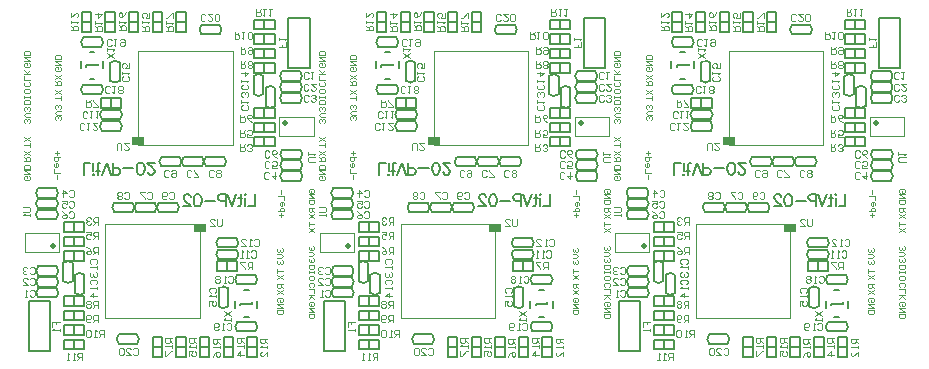
<source format=gbo>
G04*
G04 #@! TF.GenerationSoftware,Altium Limited,Altium Designer,21.1.0 (24)*
G04*
G04 Layer_Color=49087*
%FSLAX25Y25*%
%MOIN*%
G70*
G04*
G04 #@! TF.SameCoordinates,E17B2B31-19E6-4FC6-9C55-F749E7A6AAE1*
G04*
G04*
G04 #@! TF.FilePolarity,Positive*
G04*
G01*
G75*
%ADD11C,0.00787*%
%ADD23C,0.01968*%
%ADD36C,0.00500*%
%ADD39C,0.00394*%
%ADD60R,0.04134X0.03150*%
D11*
X274607Y134487D02*
Y130551D01*
X272358D01*
X271552Y134487D02*
X271364Y134300D01*
X271177Y134487D01*
X271364Y134675D01*
X271552Y134487D01*
X271364Y133175D02*
Y130551D01*
X269921Y134487D02*
Y131301D01*
X269734Y130739D01*
X269359Y130551D01*
X268984D01*
X270483Y133175D02*
X269171D01*
X268422Y134487D02*
X266922Y130551D01*
X265423Y134487D02*
X266922Y130551D01*
X264917Y132425D02*
X263230D01*
X262667Y132613D01*
X262480Y132800D01*
X262293Y133175D01*
Y133738D01*
X262480Y134113D01*
X262667Y134300D01*
X263230Y134487D01*
X264917D01*
Y130551D01*
X261411Y132238D02*
X258038D01*
X255751Y134487D02*
X256313Y134300D01*
X256688Y133738D01*
X256876Y132800D01*
Y132238D01*
X256688Y131301D01*
X256313Y130739D01*
X255751Y130551D01*
X255376D01*
X254814Y130739D01*
X254439Y131301D01*
X254252Y132238D01*
Y132800D01*
X254439Y133738D01*
X254814Y134300D01*
X255376Y134487D01*
X255751D01*
X253183Y133550D02*
Y133738D01*
X252996Y134113D01*
X252808Y134300D01*
X252433Y134487D01*
X251684D01*
X251309Y134300D01*
X251121Y134113D01*
X250934Y133738D01*
Y133363D01*
X251121Y132988D01*
X251496Y132425D01*
X253370Y130551D01*
X250746D01*
X176182Y134487D02*
Y130551D01*
X173933D01*
X173127Y134487D02*
X172939Y134300D01*
X172752Y134487D01*
X172939Y134675D01*
X173127Y134487D01*
X172939Y133175D02*
Y130551D01*
X171496Y134487D02*
Y131301D01*
X171309Y130739D01*
X170934Y130551D01*
X170559D01*
X172058Y133175D02*
X170746D01*
X169997Y134487D02*
X168497Y130551D01*
X166998Y134487D02*
X168497Y130551D01*
X166491Y132425D02*
X164804D01*
X164242Y132613D01*
X164055Y132800D01*
X163867Y133175D01*
Y133738D01*
X164055Y134113D01*
X164242Y134300D01*
X164804Y134487D01*
X166491D01*
Y130551D01*
X162986Y132238D02*
X159613D01*
X157326Y134487D02*
X157888Y134300D01*
X158263Y133738D01*
X158450Y132800D01*
Y132238D01*
X158263Y131301D01*
X157888Y130739D01*
X157326Y130551D01*
X156951D01*
X156389Y130739D01*
X156014Y131301D01*
X155826Y132238D01*
Y132800D01*
X156014Y133738D01*
X156389Y134300D01*
X156951Y134487D01*
X157326D01*
X154758Y133550D02*
Y133738D01*
X154570Y134113D01*
X154383Y134300D01*
X154008Y134487D01*
X153258D01*
X152884Y134300D01*
X152696Y134113D01*
X152509Y133738D01*
Y133363D01*
X152696Y132988D01*
X153071Y132425D01*
X154945Y130551D01*
X152321D01*
X77757Y134487D02*
Y130551D01*
X75507D01*
X74701Y134487D02*
X74514Y134300D01*
X74327Y134487D01*
X74514Y134675D01*
X74701Y134487D01*
X74514Y133175D02*
Y130551D01*
X73071Y134487D02*
Y131301D01*
X72883Y130739D01*
X72508Y130551D01*
X72134D01*
X73633Y133175D02*
X72321D01*
X71571Y134487D02*
X70072Y130551D01*
X68572Y134487D02*
X70072Y130551D01*
X68066Y132425D02*
X66379D01*
X65817Y132613D01*
X65630Y132800D01*
X65442Y133175D01*
Y133738D01*
X65630Y134113D01*
X65817Y134300D01*
X66379Y134487D01*
X68066D01*
Y130551D01*
X64561Y132238D02*
X61187D01*
X58901Y134487D02*
X59463Y134300D01*
X59838Y133738D01*
X60025Y132800D01*
Y132238D01*
X59838Y131301D01*
X59463Y130739D01*
X58901Y130551D01*
X58526D01*
X57963Y130739D01*
X57588Y131301D01*
X57401Y132238D01*
Y132800D01*
X57588Y133738D01*
X57963Y134300D01*
X58526Y134487D01*
X58901D01*
X56333Y133550D02*
Y133738D01*
X56145Y134113D01*
X55958Y134300D01*
X55583Y134487D01*
X54833D01*
X54458Y134300D01*
X54271Y134113D01*
X54084Y133738D01*
Y133363D01*
X54271Y132988D01*
X54646Y132425D01*
X56520Y130551D01*
X53896D01*
X20670Y141103D02*
Y145039D01*
X22919D01*
X23725Y141103D02*
X23913Y141291D01*
X24100Y141103D01*
X23913Y140916D01*
X23725Y141103D01*
X23913Y142415D02*
Y145039D01*
X25356Y141103D02*
Y144290D01*
X25543Y144852D01*
X25918Y145039D01*
X26293D01*
X24794Y142415D02*
X26106D01*
X26855Y141103D02*
X28355Y145039D01*
X29855Y141103D02*
X28355Y145039D01*
X30360Y143165D02*
X32048D01*
X32610Y142978D01*
X32797Y142790D01*
X32985Y142415D01*
Y141853D01*
X32797Y141478D01*
X32610Y141291D01*
X32048Y141103D01*
X30360D01*
Y145039D01*
X33866Y143352D02*
X37240D01*
X39526Y141103D02*
X38964Y141291D01*
X38589Y141853D01*
X38402Y142790D01*
Y143352D01*
X38589Y144290D01*
X38964Y144852D01*
X39526Y145039D01*
X39901D01*
X40463Y144852D01*
X40838Y144290D01*
X41026Y143352D01*
Y142790D01*
X40838Y141853D01*
X40463Y141291D01*
X39901Y141103D01*
X39526D01*
X42094Y142040D02*
Y141853D01*
X42281Y141478D01*
X42469Y141291D01*
X42844Y141103D01*
X43593D01*
X43968Y141291D01*
X44156Y141478D01*
X44343Y141853D01*
Y142228D01*
X44156Y142603D01*
X43781Y143165D01*
X41907Y145039D01*
X44531D01*
X119095Y141103D02*
Y145039D01*
X121344D01*
X122151Y141103D02*
X122338Y141291D01*
X122525Y141103D01*
X122338Y140916D01*
X122151Y141103D01*
X122338Y142415D02*
Y145039D01*
X123781Y141103D02*
Y144290D01*
X123969Y144852D01*
X124344Y145039D01*
X124718D01*
X123219Y142415D02*
X124531D01*
X125281Y141103D02*
X126780Y145039D01*
X128280Y141103D02*
X126780Y145039D01*
X128786Y143165D02*
X130473D01*
X131035Y142978D01*
X131222Y142790D01*
X131410Y142415D01*
Y141853D01*
X131222Y141478D01*
X131035Y141291D01*
X130473Y141103D01*
X128786D01*
Y145039D01*
X132291Y143352D02*
X135665D01*
X137951Y141103D02*
X137389Y141291D01*
X137014Y141853D01*
X136827Y142790D01*
Y143352D01*
X137014Y144290D01*
X137389Y144852D01*
X137951Y145039D01*
X138326D01*
X138889Y144852D01*
X139263Y144290D01*
X139451Y143352D01*
Y142790D01*
X139263Y141853D01*
X138889Y141291D01*
X138326Y141103D01*
X137951D01*
X140519Y142040D02*
Y141853D01*
X140707Y141478D01*
X140894Y141291D01*
X141269Y141103D01*
X142019D01*
X142394Y141291D01*
X142581Y141478D01*
X142769Y141853D01*
Y142228D01*
X142581Y142603D01*
X142206Y143165D01*
X140332Y145039D01*
X142956D01*
X217520Y141103D02*
Y145039D01*
X219770D01*
X220576Y141103D02*
X220763Y141291D01*
X220951Y141103D01*
X220763Y140916D01*
X220576Y141103D01*
X220763Y142415D02*
Y145039D01*
X222206Y141103D02*
Y144290D01*
X222394Y144852D01*
X222769Y145039D01*
X223144D01*
X221644Y142415D02*
X222956D01*
X223706Y141103D02*
X225205Y145039D01*
X226705Y141103D02*
X225205Y145039D01*
X227211Y143165D02*
X228898D01*
X229460Y142978D01*
X229648Y142790D01*
X229835Y142415D01*
Y141853D01*
X229648Y141478D01*
X229460Y141291D01*
X228898Y141103D01*
X227211D01*
Y145039D01*
X230716Y143352D02*
X234090D01*
X236377Y141103D02*
X235814Y141291D01*
X235439Y141853D01*
X235252Y142790D01*
Y143352D01*
X235439Y144290D01*
X235814Y144852D01*
X236377Y145039D01*
X236752D01*
X237314Y144852D01*
X237689Y144290D01*
X237876Y143352D01*
Y142790D01*
X237689Y141853D01*
X237314Y141291D01*
X236752Y141103D01*
X236377D01*
X238945Y142040D02*
Y141853D01*
X239132Y141478D01*
X239319Y141291D01*
X239694Y141103D01*
X240444D01*
X240819Y141291D01*
X241006Y141478D01*
X241194Y141853D01*
Y142228D01*
X241006Y142603D01*
X240631Y143165D01*
X238757Y145039D01*
X241381D01*
D23*
X207351Y117211D02*
Y117311D01*
X108926Y117211D02*
Y117311D01*
X10501Y117211D02*
Y117311D01*
X87926Y158379D02*
Y158280D01*
X186351Y158379D02*
Y158280D01*
X284776Y158379D02*
Y158280D01*
D36*
X229253Y87779D02*
G03*
X229253Y84630I1575J-1575D01*
G01*
X235316D02*
G03*
X235316Y87779I-1575J1575D01*
G01*
X241231Y128623D02*
G03*
X241231Y131772I-1575J1575D01*
G01*
X235168D02*
G03*
X235168Y128623I1575J-1575D01*
G01*
X233793D02*
G03*
X233793Y131772I-1575J1575D01*
G01*
X227730D02*
G03*
X227730Y128623I1575J-1575D01*
G01*
X248660D02*
G03*
X248660Y131772I-1575J1575D01*
G01*
X242597D02*
G03*
X242597Y128623I1575J-1575D01*
G01*
X202312Y129319D02*
G03*
X202312Y126170I1575J-1575D01*
G01*
X208375D02*
G03*
X208375Y129319I-1575J1575D01*
G01*
X268731Y91940D02*
G03*
X268731Y88791I1575J-1575D01*
G01*
X274794D02*
G03*
X274794Y91940I-1575J1575D01*
G01*
Y104539D02*
G03*
X274794Y107689I-1575J1575D01*
G01*
X268731D02*
G03*
X268731Y104539I1575J-1575D01*
G01*
X262551Y97141D02*
G03*
X265700Y97141I1575J1575D01*
G01*
Y103204D02*
G03*
X262551Y103204I-1575J-1575D01*
G01*
X217835Y107699D02*
G03*
X214686Y107699I-1575J-1575D01*
G01*
Y101636D02*
G03*
X217835Y101636I1575J1575D01*
G01*
X210749Y105572D02*
G03*
X213898Y105572I1575J1575D01*
G01*
Y111635D02*
G03*
X210749Y111635I-1575J-1575D01*
G01*
X268503Y116781D02*
G03*
X268503Y119931I-1575J1575D01*
G01*
X262440D02*
G03*
X262440Y116781I1575J-1575D01*
G01*
Y116084D02*
G03*
X262440Y112935I1575J-1575D01*
G01*
X268503D02*
G03*
X268503Y116084I-1575J1575D01*
G01*
X208375Y129808D02*
G03*
X208375Y132957I-1575J1575D01*
G01*
X202312D02*
G03*
X202312Y129808I1575J-1575D01*
G01*
X208375Y133411D02*
G03*
X208375Y136561I-1575J1575D01*
G01*
X202312D02*
G03*
X202312Y133411I1575J-1575D01*
G01*
X208480Y107416D02*
G03*
X208480Y110566I-1575J1575D01*
G01*
X202417D02*
G03*
X202417Y107416I1575J-1575D01*
G01*
X208480Y103767D02*
G03*
X208480Y106916I-1575J1575D01*
G01*
X202417D02*
G03*
X202417Y103767I1575J-1575D01*
G01*
X208480Y100117D02*
G03*
X208480Y103267I-1575J1575D01*
G01*
X202417D02*
G03*
X202417Y100117I1575J-1575D01*
G01*
X199213Y82315D02*
Y98850D01*
X206300Y82315D02*
X199213D01*
X206300D02*
Y98850D01*
X199213D01*
X235316Y84630D02*
X229253D01*
X235316Y87779D02*
X229253D01*
X241231Y131772D02*
X235168D01*
X241231Y128623D02*
X235168D01*
X233793Y131772D02*
X227730D01*
X233793Y128623D02*
X227730D01*
X248660Y131772D02*
X242597D01*
X248660Y128623D02*
X242597D01*
X275198Y83527D02*
X272048D01*
X275198Y80181D02*
X272048D01*
X275198Y86874D02*
X272048D01*
X275198Y80181D02*
Y86874D01*
X272048Y80181D02*
Y86874D01*
X267324Y83527D02*
X264174D01*
X267324Y80181D02*
X264174D01*
X267324Y86874D02*
X264174D01*
X267324Y80181D02*
Y86874D01*
X264174Y80181D02*
Y86874D01*
X259450Y83527D02*
X256300D01*
X259450Y80181D02*
X256300D01*
X259450Y86874D02*
X256300D01*
X259450Y80181D02*
Y86874D01*
X256300Y80181D02*
Y86874D01*
X251576Y83527D02*
X248426D01*
X251576Y80181D02*
X248426D01*
X251576Y86874D02*
X248426D01*
X251576Y80181D02*
Y86874D01*
X248426Y80181D02*
Y86874D01*
X243702Y83527D02*
X240552D01*
X243702Y80181D02*
X240552D01*
X243702Y86874D02*
X240552D01*
X243702Y80181D02*
Y86874D01*
X240552Y80181D02*
Y86874D01*
X273731Y97974D02*
X269794D01*
X275503Y96655D02*
Y99017D01*
X272550Y93506D02*
X270975D01*
X268023Y96655D02*
Y99017D01*
X273731Y97974D02*
Y98506D01*
X269794Y97521D02*
Y97974D01*
X272550Y102482D02*
X270975D01*
X208375Y126170D02*
X202312D01*
X208375Y129319D02*
X202312D01*
X274794Y88791D02*
X268731D01*
X274794Y91940D02*
X268731D01*
X274794Y107689D02*
X268731D01*
X274794Y104539D02*
X268731D01*
X265700Y97141D02*
Y103204D01*
X262551Y97141D02*
Y103204D01*
X214686Y101636D02*
Y107698D01*
X217835Y101636D02*
Y107698D01*
X213898Y105572D02*
Y111635D01*
X210749Y105572D02*
Y111635D01*
X268503Y119931D02*
X262440D01*
X268503Y116781D02*
X262440D01*
X268503Y112935D02*
X262440D01*
X268503Y116084D02*
X262440D01*
X208375Y132957D02*
X202312D01*
X208375Y129808D02*
X202312D01*
X208375Y136561D02*
X202312D01*
X208375Y133411D02*
X202312D01*
X208480Y110566D02*
X202417D01*
X208480Y107416D02*
X202417D01*
X208480Y106916D02*
X202417D01*
X208480Y103767D02*
X202417D01*
X208480Y103267D02*
X202417D01*
X208480Y100117D02*
X202417D01*
X217639Y86024D02*
X210946D01*
X217639Y82874D02*
X210946D01*
X217639D02*
Y86024D01*
X210946Y82874D02*
Y86024D01*
X214292Y82874D02*
Y86024D01*
X217639Y87707D02*
X210946D01*
X217639Y90857D02*
X210946D01*
Y87707D02*
Y90857D01*
X217639Y87707D02*
Y90857D01*
X214292Y87707D02*
Y90857D01*
X217639Y92520D02*
X210946D01*
X217639Y95669D02*
X210946D01*
Y92520D02*
Y95669D01*
X217639Y92520D02*
Y95669D01*
X214292Y92520D02*
Y95669D01*
X217639Y97362D02*
X210946D01*
X217639Y100512D02*
X210946D01*
Y97362D02*
Y100512D01*
X217639Y97362D02*
Y100512D01*
X214292Y97362D02*
Y100512D01*
X268818Y109076D02*
X262125D01*
X268818Y112226D02*
X262125D01*
Y109076D02*
Y112226D01*
X268818Y109076D02*
Y112226D01*
X265471Y109076D02*
Y112226D01*
X217639Y112372D02*
X210946D01*
X217639Y115521D02*
X210946D01*
Y112372D02*
Y115521D01*
X217639Y112372D02*
Y115521D01*
X214292Y112372D02*
Y115521D01*
X217639Y117175D02*
X210946D01*
X217639Y120324D02*
X210946D01*
Y117175D02*
Y120324D01*
X217639Y117175D02*
Y120324D01*
X214292Y117175D02*
Y120324D01*
X217639Y121990D02*
X210946D01*
X217639Y125139D02*
X210946D01*
Y121990D02*
Y125139D01*
X217639Y121990D02*
Y125139D01*
X214292Y121990D02*
Y125139D01*
X130828Y87779D02*
G03*
X130828Y84630I1575J-1575D01*
G01*
X136891D02*
G03*
X136891Y87779I-1575J1575D01*
G01*
X142806Y128623D02*
G03*
X142806Y131772I-1575J1575D01*
G01*
X136743D02*
G03*
X136743Y128623I1575J-1575D01*
G01*
X135368D02*
G03*
X135368Y131772I-1575J1575D01*
G01*
X129305D02*
G03*
X129305Y128623I1575J-1575D01*
G01*
X150235D02*
G03*
X150235Y131772I-1575J1575D01*
G01*
X144172D02*
G03*
X144172Y128623I1575J-1575D01*
G01*
X103886Y129319D02*
G03*
X103886Y126170I1575J-1575D01*
G01*
X109949D02*
G03*
X109949Y129319I-1575J1575D01*
G01*
X170306Y91940D02*
G03*
X170306Y88791I1575J-1575D01*
G01*
X176369D02*
G03*
X176369Y91940I-1575J1575D01*
G01*
Y104539D02*
G03*
X176369Y107689I-1575J1575D01*
G01*
X170306D02*
G03*
X170306Y104539I1575J-1575D01*
G01*
X164126Y97141D02*
G03*
X167275Y97141I1575J1575D01*
G01*
Y103204D02*
G03*
X164126Y103204I-1575J-1575D01*
G01*
X119410Y107699D02*
G03*
X116261Y107699I-1575J-1575D01*
G01*
Y101636D02*
G03*
X119410Y101636I1575J1575D01*
G01*
X112324Y105572D02*
G03*
X115473Y105572I1575J1575D01*
G01*
Y111635D02*
G03*
X112324Y111635I-1575J-1575D01*
G01*
X170078Y116781D02*
G03*
X170078Y119931I-1575J1575D01*
G01*
X164015D02*
G03*
X164015Y116781I1575J-1575D01*
G01*
Y116084D02*
G03*
X164015Y112935I1575J-1575D01*
G01*
X170078D02*
G03*
X170078Y116084I-1575J1575D01*
G01*
X109949Y129808D02*
G03*
X109949Y132957I-1575J1575D01*
G01*
X103886D02*
G03*
X103886Y129808I1575J-1575D01*
G01*
X109949Y133411D02*
G03*
X109949Y136561I-1575J1575D01*
G01*
X103886D02*
G03*
X103886Y133411I1575J-1575D01*
G01*
X110055Y107416D02*
G03*
X110055Y110566I-1575J1575D01*
G01*
X103992D02*
G03*
X103992Y107416I1575J-1575D01*
G01*
X110055Y103767D02*
G03*
X110055Y106916I-1575J1575D01*
G01*
X103992D02*
G03*
X103992Y103767I1575J-1575D01*
G01*
X110055Y100117D02*
G03*
X110055Y103267I-1575J1575D01*
G01*
X103992D02*
G03*
X103992Y100117I1575J-1575D01*
G01*
X100788Y82315D02*
Y98850D01*
X107875Y82315D02*
X100788D01*
X107875D02*
Y98850D01*
X100788D01*
X136891Y84630D02*
X130828D01*
X136891Y87779D02*
X130828D01*
X142806Y131772D02*
X136743D01*
X142806Y128623D02*
X136743D01*
X135368Y131772D02*
X129305D01*
X135368Y128623D02*
X129305D01*
X150235Y131772D02*
X144172D01*
X150235Y128623D02*
X144172D01*
X176772Y83527D02*
X173623D01*
X176772Y80181D02*
X173623D01*
X176772Y86874D02*
X173623D01*
X176772Y80181D02*
Y86874D01*
X173623Y80181D02*
Y86874D01*
X168898Y83527D02*
X165749D01*
X168898Y80181D02*
X165749D01*
X168898Y86874D02*
X165749D01*
X168898Y80181D02*
Y86874D01*
X165749Y80181D02*
Y86874D01*
X161024Y83527D02*
X157875D01*
X161024Y80181D02*
X157875D01*
X161024Y86874D02*
X157875D01*
X161024Y80181D02*
Y86874D01*
X157875Y80181D02*
Y86874D01*
X153150Y83527D02*
X150001D01*
X153150Y80181D02*
X150001D01*
X153150Y86874D02*
X150001D01*
X153150Y80181D02*
Y86874D01*
X150001Y80181D02*
Y86874D01*
X145276Y83527D02*
X142127D01*
X145276Y80181D02*
X142127D01*
X145276Y86874D02*
X142127D01*
X145276Y80181D02*
Y86874D01*
X142127Y80181D02*
Y86874D01*
X175306Y97974D02*
X171369D01*
X177078Y96655D02*
Y99017D01*
X174125Y93506D02*
X172550D01*
X169597Y96655D02*
Y99017D01*
X175306Y97974D02*
Y98506D01*
X171369Y97521D02*
Y97974D01*
X174125Y102482D02*
X172550D01*
X109949Y126170D02*
X103886D01*
X109949Y129319D02*
X103886D01*
X176369Y88791D02*
X170306D01*
X176369Y91940D02*
X170306D01*
X176369Y107689D02*
X170306D01*
X176369Y104539D02*
X170306D01*
X167275Y97141D02*
Y103204D01*
X164126Y97141D02*
Y103204D01*
X116261Y101636D02*
Y107698D01*
X119410Y101636D02*
Y107698D01*
X115473Y105572D02*
Y111635D01*
X112324Y105572D02*
Y111635D01*
X170078Y119931D02*
X164015D01*
X170078Y116781D02*
X164015D01*
X170078Y112935D02*
X164015D01*
X170078Y116084D02*
X164015D01*
X109949Y132957D02*
X103886D01*
X109949Y129808D02*
X103886D01*
X109949Y136561D02*
X103886D01*
X109949Y133411D02*
X103886D01*
X110055Y110566D02*
X103992D01*
X110055Y107416D02*
X103992D01*
X110055Y106916D02*
X103992D01*
X110055Y103767D02*
X103992D01*
X110055Y103267D02*
X103992D01*
X110055Y100117D02*
X103992D01*
X119213Y86024D02*
X112521D01*
X119213Y82874D02*
X112521D01*
X119213D02*
Y86024D01*
X112521Y82874D02*
Y86024D01*
X115867Y82874D02*
Y86024D01*
X119213Y87707D02*
X112521D01*
X119213Y90857D02*
X112521D01*
Y87707D02*
Y90857D01*
X119213Y87707D02*
Y90857D01*
X115867Y87707D02*
Y90857D01*
X119213Y92520D02*
X112521D01*
X119213Y95669D02*
X112521D01*
Y92520D02*
Y95669D01*
X119213Y92520D02*
Y95669D01*
X115867Y92520D02*
Y95669D01*
X119213Y97362D02*
X112521D01*
X119213Y100512D02*
X112521D01*
Y97362D02*
Y100512D01*
X119213Y97362D02*
Y100512D01*
X115867Y97362D02*
Y100512D01*
X170393Y109076D02*
X163700D01*
X170393Y112226D02*
X163700D01*
Y109076D02*
Y112226D01*
X170393Y109076D02*
Y112226D01*
X167046Y109076D02*
Y112226D01*
X119213Y112372D02*
X112521D01*
X119213Y115521D02*
X112521D01*
Y112372D02*
Y115521D01*
X119213Y112372D02*
Y115521D01*
X115867Y112372D02*
Y115521D01*
X119213Y117175D02*
X112521D01*
X119213Y120324D02*
X112521D01*
Y117175D02*
Y120324D01*
X119213Y117175D02*
Y120324D01*
X115867Y117175D02*
Y120324D01*
X119213Y121990D02*
X112521D01*
X119213Y125139D02*
X112521D01*
Y121990D02*
Y125139D01*
X119213Y121990D02*
Y125139D01*
X115867Y121990D02*
Y125139D01*
X32402Y87779D02*
G03*
X32402Y84630I1575J-1575D01*
G01*
X38465D02*
G03*
X38465Y87779I-1575J1575D01*
G01*
X44381Y128623D02*
G03*
X44381Y131772I-1575J1575D01*
G01*
X38318D02*
G03*
X38318Y128623I1575J-1575D01*
G01*
X36943D02*
G03*
X36943Y131772I-1575J1575D01*
G01*
X30880D02*
G03*
X30880Y128623I1575J-1575D01*
G01*
X51809D02*
G03*
X51809Y131772I-1575J1575D01*
G01*
X45746D02*
G03*
X45746Y128623I1575J-1575D01*
G01*
X5461Y129319D02*
G03*
X5461Y126170I1575J-1575D01*
G01*
X11524D02*
G03*
X11524Y129319I-1575J1575D01*
G01*
X71881Y91940D02*
G03*
X71881Y88791I1575J-1575D01*
G01*
X77944D02*
G03*
X77944Y91940I-1575J1575D01*
G01*
Y104539D02*
G03*
X77944Y107689I-1575J1575D01*
G01*
X71881D02*
G03*
X71881Y104539I1575J-1575D01*
G01*
X65700Y97141D02*
G03*
X68850Y97141I1575J1575D01*
G01*
Y103204D02*
G03*
X65700Y103204I-1575J-1575D01*
G01*
X20985Y107699D02*
G03*
X17835Y107699I-1575J-1575D01*
G01*
Y101636D02*
G03*
X20985Y101636I1575J1575D01*
G01*
X13898Y105572D02*
G03*
X17048Y105572I1575J1575D01*
G01*
Y111635D02*
G03*
X13898Y111635I-1575J-1575D01*
G01*
X71652Y116781D02*
G03*
X71652Y119931I-1575J1575D01*
G01*
X65589D02*
G03*
X65589Y116781I1575J-1575D01*
G01*
Y116084D02*
G03*
X65589Y112935I1575J-1575D01*
G01*
X71652D02*
G03*
X71652Y116084I-1575J1575D01*
G01*
X11524Y129808D02*
G03*
X11524Y132957I-1575J1575D01*
G01*
X5461D02*
G03*
X5461Y129808I1575J-1575D01*
G01*
X11524Y133411D02*
G03*
X11524Y136561I-1575J1575D01*
G01*
X5461D02*
G03*
X5461Y133411I1575J-1575D01*
G01*
X11630Y107416D02*
G03*
X11630Y110566I-1575J1575D01*
G01*
X5567D02*
G03*
X5567Y107416I1575J-1575D01*
G01*
X11630Y103767D02*
G03*
X11630Y106916I-1575J1575D01*
G01*
X5567D02*
G03*
X5567Y103767I1575J-1575D01*
G01*
X11630Y100117D02*
G03*
X11630Y103267I-1575J1575D01*
G01*
X5567D02*
G03*
X5567Y100117I1575J-1575D01*
G01*
X2363Y82315D02*
Y98850D01*
X9450Y82315D02*
X2363D01*
X9450D02*
Y98850D01*
X2363D01*
X38465Y84630D02*
X32402D01*
X38465Y87779D02*
X32402D01*
X44381Y131772D02*
X38318D01*
X44381Y128623D02*
X38318D01*
X36943Y131772D02*
X30880D01*
X36943Y128623D02*
X30880D01*
X51809Y131772D02*
X45746D01*
X51809Y128623D02*
X45746D01*
X78347Y83527D02*
X75198D01*
X78347Y80181D02*
X75198D01*
X78347Y86874D02*
X75198D01*
X78347Y80181D02*
Y86874D01*
X75198Y80181D02*
Y86874D01*
X70473Y83527D02*
X67324D01*
X70473Y80181D02*
X67324D01*
X70473Y86874D02*
X67324D01*
X70473Y80181D02*
Y86874D01*
X67324Y80181D02*
Y86874D01*
X62599Y83527D02*
X59450D01*
X62599Y80181D02*
X59450D01*
X62599Y86874D02*
X59450D01*
X62599Y80181D02*
Y86874D01*
X59450Y80181D02*
Y86874D01*
X54725Y83527D02*
X51576D01*
X54725Y80181D02*
X51576D01*
X54725Y86874D02*
X51576D01*
X54725Y80181D02*
Y86874D01*
X51576Y80181D02*
Y86874D01*
X46851Y83527D02*
X43702D01*
X46851Y80181D02*
X43702D01*
X46851Y86874D02*
X43702D01*
X46851Y80181D02*
Y86874D01*
X43702Y80181D02*
Y86874D01*
X76881Y97974D02*
X72944D01*
X78653Y96655D02*
Y99017D01*
X75700Y93506D02*
X74125D01*
X71172Y96655D02*
Y99017D01*
X76881Y97974D02*
Y98506D01*
X72944Y97521D02*
Y97974D01*
X75700Y102482D02*
X74125D01*
X11524Y126170D02*
X5461D01*
X11524Y129319D02*
X5461D01*
X77944Y88791D02*
X71881D01*
X77944Y91940D02*
X71881D01*
X77944Y107689D02*
X71881D01*
X77944Y104539D02*
X71881D01*
X68850Y97141D02*
Y103204D01*
X65700Y97141D02*
Y103204D01*
X17835Y101636D02*
Y107698D01*
X20985Y101636D02*
Y107698D01*
X17048Y105572D02*
Y111635D01*
X13898Y105572D02*
Y111635D01*
X71652Y119931D02*
X65589D01*
X71652Y116781D02*
X65589D01*
X71652Y112935D02*
X65589D01*
X71652Y116084D02*
X65589D01*
X11524Y132957D02*
X5461D01*
X11524Y129808D02*
X5461D01*
X11524Y136561D02*
X5461D01*
X11524Y133411D02*
X5461D01*
X11630Y110566D02*
X5567D01*
X11630Y107416D02*
X5567D01*
X11630Y106916D02*
X5567D01*
X11630Y103767D02*
X5567D01*
X11630Y103267D02*
X5567D01*
X11630Y100117D02*
X5567D01*
X20788Y86024D02*
X14095D01*
X20788Y82874D02*
X14095D01*
X20788D02*
Y86024D01*
X14095Y82874D02*
Y86024D01*
X17442Y82874D02*
Y86024D01*
X20788Y87707D02*
X14095D01*
X20788Y90857D02*
X14095D01*
Y87707D02*
Y90857D01*
X20788Y87707D02*
Y90857D01*
X17442Y87707D02*
Y90857D01*
X20788Y92520D02*
X14095D01*
X20788Y95669D02*
X14095D01*
Y92520D02*
Y95669D01*
X20788Y92520D02*
Y95669D01*
X17442Y92520D02*
Y95669D01*
X20788Y97362D02*
X14095D01*
X20788Y100512D02*
X14095D01*
Y97362D02*
Y100512D01*
X20788Y97362D02*
Y100512D01*
X17442Y97362D02*
Y100512D01*
X71967Y109076D02*
X65275D01*
X71967Y112226D02*
X65275D01*
Y109076D02*
Y112226D01*
X71967Y109076D02*
Y112226D01*
X68621Y109076D02*
Y112226D01*
X20788Y112372D02*
X14095D01*
X20788Y115521D02*
X14095D01*
Y112372D02*
Y115521D01*
X20788Y112372D02*
Y115521D01*
X17442Y112372D02*
Y115521D01*
X20788Y117175D02*
X14095D01*
X20788Y120324D02*
X14095D01*
Y117175D02*
Y120324D01*
X20788Y117175D02*
Y120324D01*
X17442Y117175D02*
Y120324D01*
X20788Y121990D02*
X14095D01*
X20788Y125139D02*
X14095D01*
Y121990D02*
Y125139D01*
X20788Y121990D02*
Y125139D01*
X17442Y121990D02*
Y125139D01*
X66024Y187811D02*
G03*
X66024Y190961I-1575J1575D01*
G01*
X59961D02*
G03*
X59961Y187811I1575J-1575D01*
G01*
X54046Y146968D02*
G03*
X54046Y143818I1575J-1575D01*
G01*
X60109D02*
G03*
X60109Y146968I-1575J1575D01*
G01*
X61484D02*
G03*
X61484Y143818I1575J-1575D01*
G01*
X67547D02*
G03*
X67547Y146968I-1575J1575D01*
G01*
X46617D02*
G03*
X46617Y143818I1575J-1575D01*
G01*
X52680D02*
G03*
X52680Y146968I-1575J1575D01*
G01*
X92966Y146271D02*
G03*
X92966Y149421I-1575J1575D01*
G01*
X86902D02*
G03*
X86902Y146271I1575J-1575D01*
G01*
X26546Y183650D02*
G03*
X26546Y186800I-1575J1575D01*
G01*
X20483D02*
G03*
X20483Y183650I1575J-1575D01*
G01*
Y171052D02*
G03*
X20483Y167902I1575J-1575D01*
G01*
X26546D02*
G03*
X26546Y171052I-1575J1575D01*
G01*
X32726Y178449D02*
G03*
X29577Y178449I-1575J-1575D01*
G01*
Y172387D02*
G03*
X32726Y172387I1575J1575D01*
G01*
X77442Y167892D02*
G03*
X80591Y167892I1575J1575D01*
G01*
Y173955D02*
G03*
X77442Y173955I-1575J-1575D01*
G01*
X84528Y170018D02*
G03*
X81379Y170018I-1575J-1575D01*
G01*
Y163955D02*
G03*
X84528Y163955I1575J1575D01*
G01*
X26774Y158809D02*
G03*
X26774Y155660I1575J-1575D01*
G01*
X32837D02*
G03*
X32837Y158809I-1575J1575D01*
G01*
Y159506D02*
G03*
X32837Y162656I-1575J1575D01*
G01*
X26774D02*
G03*
X26774Y159506I1575J-1575D01*
G01*
X86902Y145783D02*
G03*
X86902Y142633I1575J-1575D01*
G01*
X92966D02*
G03*
X92966Y145783I-1575J1575D01*
G01*
X86902Y142179D02*
G03*
X86902Y139030I1575J-1575D01*
G01*
X92966D02*
G03*
X92966Y142179I-1575J1575D01*
G01*
X86797Y168174D02*
G03*
X86797Y165025I1575J-1575D01*
G01*
X92860D02*
G03*
X92860Y168174I-1575J1575D01*
G01*
X86797Y171824D02*
G03*
X86797Y168674I1575J-1575D01*
G01*
X92860D02*
G03*
X92860Y171824I-1575J1575D01*
G01*
X86797Y175473D02*
G03*
X86797Y172324I1575J-1575D01*
G01*
X92860D02*
G03*
X92860Y175473I-1575J1575D01*
G01*
X96064Y193276D02*
Y176740D01*
X88977Y193276D02*
X96064D01*
X88977D02*
Y176740D01*
X96064D01*
X59961Y190961D02*
X66024D01*
X59961Y187811D02*
X66024D01*
X54046Y143818D02*
X60109D01*
X54046Y146968D02*
X60109D01*
X61484Y143818D02*
X67547D01*
X61484Y146968D02*
X67547D01*
X46617Y143818D02*
X52680D01*
X46617Y146968D02*
X52680D01*
X20080Y192063D02*
X23229D01*
X20080Y195410D02*
X23229D01*
X20080Y188717D02*
X23229D01*
X20080Y195410D02*
Y188717D01*
X23229Y195410D02*
Y188717D01*
X27954Y192063D02*
X31103D01*
X27954Y195410D02*
X31103D01*
X27954Y188717D02*
X31103D01*
X27954Y195410D02*
Y188717D01*
X31103Y195410D02*
Y188717D01*
X35828Y192063D02*
X38977D01*
X35828Y195410D02*
X38977D01*
X35828Y188717D02*
X38977D01*
X35828Y195410D02*
Y188717D01*
X38977Y195410D02*
Y188717D01*
X43702Y192063D02*
X46851D01*
X43702Y195410D02*
X46851D01*
X43702Y188717D02*
X46851D01*
X43702Y195410D02*
Y188717D01*
X46851Y195410D02*
Y188717D01*
X51576Y192063D02*
X54725D01*
X51576Y195410D02*
X54725D01*
X51576Y188717D02*
X54725D01*
X51576Y195410D02*
Y188717D01*
X54725Y195410D02*
Y188717D01*
X21546Y177617D02*
X25483D01*
X19774Y178935D02*
Y176573D01*
X22727Y182085D02*
X24302D01*
X27255Y178935D02*
Y176573D01*
X21546Y177617D02*
Y177085D01*
X25483Y178069D02*
Y177617D01*
X22727Y173109D02*
X24302D01*
X86902Y149421D02*
X92966D01*
X86902Y146271D02*
X92966D01*
X20483Y186800D02*
X26546D01*
X20483Y183650D02*
X26546D01*
X20483Y167902D02*
X26546D01*
X20483Y171052D02*
X26546D01*
X29577Y178449D02*
Y172387D01*
X32726Y178449D02*
Y172387D01*
X80591Y173955D02*
Y167892D01*
X77442Y173955D02*
Y167892D01*
X81379Y170018D02*
Y163955D01*
X84528Y170018D02*
Y163955D01*
X26774Y155660D02*
X32837D01*
X26774Y158809D02*
X32837D01*
X26774Y162656D02*
X32837D01*
X26774Y159506D02*
X32837D01*
X86902Y142633D02*
X92966D01*
X86902Y145783D02*
X92966D01*
X86902Y139030D02*
X92966D01*
X86902Y142179D02*
X92966D01*
X86797Y165025D02*
X92860D01*
X86797Y168174D02*
X92860D01*
X86797Y168674D02*
X92860D01*
X86797Y171824D02*
X92860D01*
X86797Y172324D02*
X92860D01*
X86797Y175473D02*
X92860D01*
X77639Y189567D02*
X84331D01*
X77639Y192717D02*
X84331D01*
X77639D02*
Y189567D01*
X84331Y192717D02*
Y189567D01*
X80985Y192717D02*
Y189567D01*
X77639Y187883D02*
X84331D01*
X77639Y184734D02*
X84331D01*
Y187883D02*
Y184734D01*
X77639Y187883D02*
Y184734D01*
X80985Y187883D02*
Y184734D01*
X77639Y183071D02*
X84331D01*
X77639Y179921D02*
X84331D01*
Y183071D02*
Y179921D01*
X77639Y183071D02*
Y179921D01*
X80985Y183071D02*
Y179921D01*
X77639Y178228D02*
X84331D01*
X77639Y175079D02*
X84331D01*
Y178228D02*
Y175079D01*
X77639Y178228D02*
Y175079D01*
X80985Y178228D02*
Y175079D01*
X26459Y166514D02*
X33152D01*
X26459Y163365D02*
X33152D01*
Y166514D02*
Y163365D01*
X26459Y166514D02*
Y163365D01*
X29806Y166514D02*
Y163365D01*
X77639Y163219D02*
X84331D01*
X77639Y160069D02*
X84331D01*
Y163219D02*
Y160069D01*
X77639Y163219D02*
Y160069D01*
X80985Y163219D02*
Y160069D01*
X77639Y158416D02*
X84331D01*
X77639Y155266D02*
X84331D01*
Y158416D02*
Y155266D01*
X77639Y158416D02*
Y155266D01*
X80985Y158416D02*
Y155266D01*
X77639Y153601D02*
X84331D01*
X77639Y150451D02*
X84331D01*
Y153601D02*
Y150451D01*
X77639Y153601D02*
Y150451D01*
X80985Y153601D02*
Y150451D01*
X164450Y187811D02*
G03*
X164450Y190961I-1575J1575D01*
G01*
X158387D02*
G03*
X158387Y187811I1575J-1575D01*
G01*
X152471Y146968D02*
G03*
X152471Y143818I1575J-1575D01*
G01*
X158534D02*
G03*
X158534Y146968I-1575J1575D01*
G01*
X159909D02*
G03*
X159909Y143818I1575J-1575D01*
G01*
X165972D02*
G03*
X165972Y146968I-1575J1575D01*
G01*
X145043D02*
G03*
X145043Y143818I1575J-1575D01*
G01*
X151105D02*
G03*
X151105Y146968I-1575J1575D01*
G01*
X191391Y146271D02*
G03*
X191391Y149421I-1575J1575D01*
G01*
X185328D02*
G03*
X185328Y146271I1575J-1575D01*
G01*
X124971Y183650D02*
G03*
X124971Y186800I-1575J1575D01*
G01*
X118908D02*
G03*
X118908Y183650I1575J-1575D01*
G01*
Y171052D02*
G03*
X118908Y167902I1575J-1575D01*
G01*
X124971D02*
G03*
X124971Y171052I-1575J1575D01*
G01*
X131151Y178449D02*
G03*
X128002Y178449I-1575J-1575D01*
G01*
Y172387D02*
G03*
X131151Y172387I1575J1575D01*
G01*
X175867Y167892D02*
G03*
X179016Y167892I1575J1575D01*
G01*
Y173955D02*
G03*
X175867Y173955I-1575J-1575D01*
G01*
X182953Y170018D02*
G03*
X179804Y170018I-1575J-1575D01*
G01*
Y163955D02*
G03*
X182953Y163955I1575J1575D01*
G01*
X125199Y158809D02*
G03*
X125199Y155660I1575J-1575D01*
G01*
X131262D02*
G03*
X131262Y158809I-1575J1575D01*
G01*
Y159506D02*
G03*
X131262Y162656I-1575J1575D01*
G01*
X125199D02*
G03*
X125199Y159506I1575J-1575D01*
G01*
X185328Y145783D02*
G03*
X185328Y142633I1575J-1575D01*
G01*
X191391D02*
G03*
X191391Y145783I-1575J1575D01*
G01*
X185328Y142179D02*
G03*
X185328Y139030I1575J-1575D01*
G01*
X191391D02*
G03*
X191391Y142179I-1575J1575D01*
G01*
X185222Y168174D02*
G03*
X185222Y165025I1575J-1575D01*
G01*
X191285D02*
G03*
X191285Y168174I-1575J1575D01*
G01*
X185222Y171824D02*
G03*
X185222Y168674I1575J-1575D01*
G01*
X191285D02*
G03*
X191285Y171824I-1575J1575D01*
G01*
X185222Y175473D02*
G03*
X185222Y172324I1575J-1575D01*
G01*
X191285D02*
G03*
X191285Y175473I-1575J1575D01*
G01*
X194489Y193276D02*
Y176740D01*
X187402Y193276D02*
X194489D01*
X187402D02*
Y176740D01*
X194489D01*
X158387Y190961D02*
X164450D01*
X158387Y187811D02*
X164450D01*
X152471Y143818D02*
X158534D01*
X152471Y146968D02*
X158534D01*
X159909Y143818D02*
X165972D01*
X159909Y146968D02*
X165972D01*
X145043Y143818D02*
X151105D01*
X145043Y146968D02*
X151105D01*
X118505Y192063D02*
X121654D01*
X118505Y195410D02*
X121654D01*
X118505Y188717D02*
X121654D01*
X118505Y195410D02*
Y188717D01*
X121654Y195410D02*
Y188717D01*
X126379Y192063D02*
X129528D01*
X126379Y195410D02*
X129528D01*
X126379Y188717D02*
X129528D01*
X126379Y195410D02*
Y188717D01*
X129528Y195410D02*
Y188717D01*
X134253Y192063D02*
X137402D01*
X134253Y195410D02*
X137402D01*
X134253Y188717D02*
X137402D01*
X134253Y195410D02*
Y188717D01*
X137402Y195410D02*
Y188717D01*
X142127Y192063D02*
X145276D01*
X142127Y195410D02*
X145276D01*
X142127Y188717D02*
X145276D01*
X142127Y195410D02*
Y188717D01*
X145276Y195410D02*
Y188717D01*
X150001Y192063D02*
X153150D01*
X150001Y195410D02*
X153150D01*
X150001Y188717D02*
X153150D01*
X150001Y195410D02*
Y188717D01*
X153150Y195410D02*
Y188717D01*
X119971Y177617D02*
X123908D01*
X118199Y178935D02*
Y176573D01*
X121152Y182085D02*
X122727D01*
X125680Y178935D02*
Y176573D01*
X119971Y177617D02*
Y177085D01*
X123908Y178069D02*
Y177617D01*
X121152Y173109D02*
X122727D01*
X185328Y149421D02*
X191391D01*
X185328Y146271D02*
X191391D01*
X118908Y186800D02*
X124971D01*
X118908Y183650D02*
X124971D01*
X118908Y167902D02*
X124971D01*
X118908Y171052D02*
X124971D01*
X128002Y178449D02*
Y172387D01*
X131151Y178449D02*
Y172387D01*
X179016Y173955D02*
Y167892D01*
X175867Y173955D02*
Y167892D01*
X179804Y170018D02*
Y163955D01*
X182953Y170018D02*
Y163955D01*
X125199Y155660D02*
X131262D01*
X125199Y158809D02*
X131262D01*
X125199Y162656D02*
X131262D01*
X125199Y159506D02*
X131262D01*
X185328Y142633D02*
X191391D01*
X185328Y145783D02*
X191391D01*
X185328Y139030D02*
X191391D01*
X185328Y142179D02*
X191391D01*
X185222Y165025D02*
X191285D01*
X185222Y168174D02*
X191285D01*
X185222Y168674D02*
X191285D01*
X185222Y171824D02*
X191285D01*
X185222Y172324D02*
X191285D01*
X185222Y175473D02*
X191285D01*
X176064Y189567D02*
X182757D01*
X176064Y192717D02*
X182757D01*
X176064D02*
Y189567D01*
X182757Y192717D02*
Y189567D01*
X179410Y192717D02*
Y189567D01*
X176064Y187883D02*
X182757D01*
X176064Y184734D02*
X182757D01*
Y187883D02*
Y184734D01*
X176064Y187883D02*
Y184734D01*
X179410Y187883D02*
Y184734D01*
X176064Y183071D02*
X182757D01*
X176064Y179921D02*
X182757D01*
Y183071D02*
Y179921D01*
X176064Y183071D02*
Y179921D01*
X179410Y183071D02*
Y179921D01*
X176064Y178228D02*
X182757D01*
X176064Y175079D02*
X182757D01*
Y178228D02*
Y175079D01*
X176064Y178228D02*
Y175079D01*
X179410Y178228D02*
Y175079D01*
X124884Y166514D02*
X131577D01*
X124884Y163365D02*
X131577D01*
Y166514D02*
Y163365D01*
X124884Y166514D02*
Y163365D01*
X128231Y166514D02*
Y163365D01*
X176064Y163219D02*
X182757D01*
X176064Y160069D02*
X182757D01*
Y163219D02*
Y160069D01*
X176064Y163219D02*
Y160069D01*
X179410Y163219D02*
Y160069D01*
X176064Y158416D02*
X182757D01*
X176064Y155266D02*
X182757D01*
Y158416D02*
Y155266D01*
X176064Y158416D02*
Y155266D01*
X179410Y158416D02*
Y155266D01*
X176064Y153601D02*
X182757D01*
X176064Y150451D02*
X182757D01*
Y153601D02*
Y150451D01*
X176064Y153601D02*
Y150451D01*
X179410Y153601D02*
Y150451D01*
X262875Y187811D02*
G03*
X262875Y190961I-1575J1575D01*
G01*
X256812D02*
G03*
X256812Y187811I1575J-1575D01*
G01*
X250897Y146968D02*
G03*
X250897Y143818I1575J-1575D01*
G01*
X256960D02*
G03*
X256960Y146968I-1575J1575D01*
G01*
X258334D02*
G03*
X258334Y143818I1575J-1575D01*
G01*
X264397D02*
G03*
X264397Y146968I-1575J1575D01*
G01*
X243468D02*
G03*
X243468Y143818I1575J-1575D01*
G01*
X249531D02*
G03*
X249531Y146968I-1575J1575D01*
G01*
X289816Y146271D02*
G03*
X289816Y149421I-1575J1575D01*
G01*
X283753D02*
G03*
X283753Y146271I1575J-1575D01*
G01*
X223396Y183650D02*
G03*
X223396Y186800I-1575J1575D01*
G01*
X217333D02*
G03*
X217333Y183650I1575J-1575D01*
G01*
Y171052D02*
G03*
X217333Y167902I1575J-1575D01*
G01*
X223396D02*
G03*
X223396Y171052I-1575J1575D01*
G01*
X229577Y178449D02*
G03*
X226427Y178449I-1575J-1575D01*
G01*
Y172387D02*
G03*
X229577Y172387I1575J1575D01*
G01*
X274292Y167892D02*
G03*
X277442Y167892I1575J1575D01*
G01*
Y173955D02*
G03*
X274292Y173955I-1575J-1575D01*
G01*
X281379Y170018D02*
G03*
X278229Y170018I-1575J-1575D01*
G01*
Y163955D02*
G03*
X281379Y163955I1575J1575D01*
G01*
X223625Y158809D02*
G03*
X223625Y155660I1575J-1575D01*
G01*
X229688D02*
G03*
X229688Y158809I-1575J1575D01*
G01*
Y159506D02*
G03*
X229688Y162656I-1575J1575D01*
G01*
X223625D02*
G03*
X223625Y159506I1575J-1575D01*
G01*
X283753Y145783D02*
G03*
X283753Y142633I1575J-1575D01*
G01*
X289816D02*
G03*
X289816Y145783I-1575J1575D01*
G01*
X283753Y142179D02*
G03*
X283753Y139030I1575J-1575D01*
G01*
X289816D02*
G03*
X289816Y142179I-1575J1575D01*
G01*
X283648Y168174D02*
G03*
X283648Y165025I1575J-1575D01*
G01*
X289711D02*
G03*
X289711Y168174I-1575J1575D01*
G01*
X283648Y171824D02*
G03*
X283648Y168674I1575J-1575D01*
G01*
X289711D02*
G03*
X289711Y171824I-1575J1575D01*
G01*
X283648Y175473D02*
G03*
X283648Y172324I1575J-1575D01*
G01*
X289711D02*
G03*
X289711Y175473I-1575J1575D01*
G01*
X292914Y193276D02*
Y176740D01*
X285827Y193276D02*
X292914D01*
X285827D02*
Y176740D01*
X292914D01*
X256812Y190961D02*
X262875D01*
X256812Y187811D02*
X262875D01*
X250897Y143818D02*
X256960D01*
X250897Y146968D02*
X256960D01*
X258334Y143818D02*
X264397D01*
X258334Y146968D02*
X264397D01*
X243468Y143818D02*
X249531D01*
X243468Y146968D02*
X249531D01*
X216930Y192063D02*
X220080D01*
X216930Y195410D02*
X220080D01*
X216930Y188717D02*
X220080D01*
X216930Y195410D02*
Y188717D01*
X220080Y195410D02*
Y188717D01*
X224804Y192063D02*
X227954D01*
X224804Y195410D02*
X227954D01*
X224804Y188717D02*
X227954D01*
X224804Y195410D02*
Y188717D01*
X227954Y195410D02*
Y188717D01*
X232678Y192063D02*
X235828D01*
X232678Y195410D02*
X235828D01*
X232678Y188717D02*
X235828D01*
X232678Y195410D02*
Y188717D01*
X235828Y195410D02*
Y188717D01*
X240552Y192063D02*
X243702D01*
X240552Y195410D02*
X243702D01*
X240552Y188717D02*
X243702D01*
X240552Y195410D02*
Y188717D01*
X243702Y195410D02*
Y188717D01*
X248426Y192063D02*
X251576D01*
X248426Y195410D02*
X251576D01*
X248426Y188717D02*
X251576D01*
X248426Y195410D02*
Y188717D01*
X251576Y195410D02*
Y188717D01*
X218396Y177617D02*
X222333D01*
X216624Y178935D02*
Y176573D01*
X219577Y182085D02*
X221152D01*
X224105Y178935D02*
Y176573D01*
X218396Y177617D02*
Y177085D01*
X222333Y178069D02*
Y177617D01*
X219577Y173109D02*
X221152D01*
X283753Y149421D02*
X289816D01*
X283753Y146271D02*
X289816D01*
X217333Y186800D02*
X223396D01*
X217333Y183650D02*
X223396D01*
X217333Y167902D02*
X223396D01*
X217333Y171052D02*
X223396D01*
X226427Y178449D02*
Y172387D01*
X229577Y178449D02*
Y172387D01*
X277442Y173955D02*
Y167892D01*
X274292Y173955D02*
Y167892D01*
X278229Y170018D02*
Y163955D01*
X281379Y170018D02*
Y163955D01*
X223625Y155660D02*
X229688D01*
X223625Y158809D02*
X229688D01*
X223625Y162656D02*
X229688D01*
X223625Y159506D02*
X229688D01*
X283753Y142633D02*
X289816D01*
X283753Y145783D02*
X289816D01*
X283753Y139030D02*
X289816D01*
X283753Y142179D02*
X289816D01*
X283648Y165025D02*
X289711D01*
X283648Y168174D02*
X289711D01*
X283648Y168674D02*
X289711D01*
X283648Y171824D02*
X289711D01*
X283648Y172324D02*
X289711D01*
X283648Y175473D02*
X289711D01*
X274489Y189567D02*
X281182D01*
X274489Y192717D02*
X281182D01*
X274489D02*
Y189567D01*
X281182Y192717D02*
Y189567D01*
X277835Y192717D02*
Y189567D01*
X274489Y187883D02*
X281182D01*
X274489Y184734D02*
X281182D01*
Y187883D02*
Y184734D01*
X274489Y187883D02*
Y184734D01*
X277835Y187883D02*
Y184734D01*
X274489Y183071D02*
X281182D01*
X274489Y179921D02*
X281182D01*
Y183071D02*
Y179921D01*
X274489Y183071D02*
Y179921D01*
X277835Y183071D02*
Y179921D01*
X274489Y178228D02*
X281182D01*
X274489Y175079D02*
X281182D01*
Y178228D02*
Y175079D01*
X274489Y178228D02*
Y175079D01*
X277835Y178228D02*
Y175079D01*
X223310Y166514D02*
X230003D01*
X223310Y163365D02*
X230003D01*
Y166514D02*
Y163365D01*
X223310Y166514D02*
Y163365D01*
X226656Y166514D02*
Y163365D01*
X274489Y163219D02*
X281182D01*
X274489Y160069D02*
X281182D01*
Y163219D02*
Y160069D01*
X274489Y163219D02*
Y160069D01*
X277835Y163219D02*
Y160069D01*
X274489Y158416D02*
X281182D01*
X274489Y155266D02*
X281182D01*
Y158416D02*
Y155266D01*
X274489Y158416D02*
Y155266D01*
X277835Y158416D02*
Y155266D01*
X274489Y153601D02*
X281182D01*
X274489Y150451D02*
X281182D01*
Y153601D02*
Y150451D01*
X274489Y153601D02*
Y150451D01*
X277835Y153601D02*
Y150451D01*
D39*
X256306Y124746D02*
X224810D01*
Y93250D02*
Y124746D01*
X256306Y93250D02*
X224810D01*
X256306D02*
Y124746D01*
X197902Y115441D02*
Y121740D01*
X209319D02*
X197902D01*
X209319Y115441D02*
X197902D01*
X209319D02*
Y121740D01*
X292849Y135105D02*
X292521Y135433D01*
Y136089D01*
X292849Y136417D01*
X294161D01*
X294489Y136089D01*
Y135433D01*
X294161Y135105D01*
X293505D01*
Y135761D01*
X294489Y134450D02*
X292521D01*
X294489Y133138D01*
X292521D01*
Y132482D02*
X294489D01*
Y131498D01*
X294161Y131170D01*
X292849D01*
X292521Y131498D01*
Y132482D01*
Y110900D02*
X294489D01*
Y109916D01*
X294161Y109588D01*
X292849D01*
X292521Y109916D01*
Y110900D01*
Y108932D02*
Y108276D01*
Y108604D01*
X294489D01*
Y108932D01*
Y108276D01*
X292521Y106308D02*
Y106964D01*
X292849Y107292D01*
X294161D01*
X294489Y106964D01*
Y106308D01*
X294161Y105980D01*
X292849D01*
X292521Y106308D01*
X292849Y97359D02*
X292521Y97687D01*
Y98343D01*
X292849Y98671D01*
X294161D01*
X294489Y98343D01*
Y97687D01*
X294161Y97359D01*
X293505D01*
Y98015D01*
X294489Y96703D02*
X292521D01*
X294489Y95391D01*
X292521D01*
Y94735D02*
X294489D01*
Y93751D01*
X294161Y93423D01*
X292849D01*
X292521Y93751D01*
Y94735D01*
X292849Y103571D02*
X292521Y103899D01*
Y104555D01*
X292849Y104883D01*
X294161D01*
X294489Y104555D01*
Y103899D01*
X294161Y103571D01*
X292521Y102915D02*
X294489D01*
Y101603D01*
X292521Y100947D02*
X294489D01*
X293833D01*
X292521Y99635D01*
X293505Y100619D01*
X294489Y99635D01*
X282416Y98571D02*
X282088Y98899D01*
Y99555D01*
X282416Y99883D01*
X283728D01*
X284056Y99555D01*
Y98899D01*
X283728Y98571D01*
X283072D01*
Y99227D01*
X284056Y97915D02*
X282088D01*
X284056Y96603D01*
X282088D01*
Y95947D02*
X284056D01*
Y94963D01*
X283728Y94635D01*
X282416D01*
X282088Y94963D01*
Y95947D01*
X284056Y104686D02*
X282088D01*
Y103702D01*
X282416Y103374D01*
X283072D01*
X283400Y103702D01*
Y104686D01*
Y104030D02*
X284056Y103374D01*
X282088Y102718D02*
X284056Y101406D01*
X282088D02*
X284056Y102718D01*
X282088Y109686D02*
Y108374D01*
Y109030D01*
X284056D01*
X282088Y107718D02*
X284056Y106406D01*
X282088D02*
X284056Y107718D01*
X292849Y117245D02*
X292521Y116917D01*
Y116261D01*
X292849Y115933D01*
X293177D01*
X293505Y116261D01*
Y116589D01*
Y116261D01*
X293833Y115933D01*
X294161D01*
X294489Y116261D01*
Y116917D01*
X294161Y117245D01*
X292521Y115277D02*
X293833D01*
X294489Y114621D01*
X293833Y113965D01*
X292521D01*
X292849Y113309D02*
X292521Y112981D01*
Y112325D01*
X292849Y111997D01*
X293177D01*
X293505Y112325D01*
Y112653D01*
Y112325D01*
X293833Y111997D01*
X294161D01*
X294489Y112325D01*
Y112981D01*
X294161Y113309D01*
X282416Y116457D02*
X282088Y116130D01*
Y115474D01*
X282416Y115146D01*
X282744D01*
X283072Y115474D01*
Y115802D01*
Y115474D01*
X283400Y115146D01*
X283728D01*
X284056Y115474D01*
Y116130D01*
X283728Y116457D01*
X282088Y114490D02*
X283400D01*
X284056Y113834D01*
X283400Y113178D01*
X282088D01*
X282416Y112522D02*
X282088Y112194D01*
Y111538D01*
X282416Y111210D01*
X282744D01*
X283072Y111538D01*
Y111866D01*
Y111538D01*
X283400Y111210D01*
X283728D01*
X284056Y111538D01*
Y112194D01*
X283728Y112522D01*
X294489Y129842D02*
X292521D01*
Y128859D01*
X292849Y128531D01*
X293505D01*
X293833Y128859D01*
Y129842D01*
Y129187D02*
X294489Y128531D01*
X292521Y127875D02*
X294489Y126563D01*
X292521D02*
X294489Y127875D01*
X292521Y125157D02*
Y123845D01*
Y124501D01*
X294489D01*
X292521Y123189D02*
X294489Y121877D01*
X292521D02*
X294489Y123189D01*
X283348Y135994D02*
Y134683D01*
X282364Y134027D02*
X284331D01*
Y132715D01*
Y131075D02*
Y131731D01*
X284003Y132059D01*
X283348D01*
X283020Y131731D01*
Y131075D01*
X283348Y130747D01*
X283676D01*
Y132059D01*
X282364Y128779D02*
X284331D01*
Y129763D01*
X284003Y130091D01*
X283348D01*
X283020Y129763D01*
Y128779D01*
X283348Y128123D02*
Y126811D01*
X282692Y127467D02*
X284003D01*
X212638Y128425D02*
X213032Y128819D01*
X213819D01*
X214213Y128425D01*
Y126851D01*
X213819Y126457D01*
X213032D01*
X212638Y126851D01*
X210277Y128819D02*
X211064Y128425D01*
X211851Y127638D01*
Y126851D01*
X211458Y126457D01*
X210671D01*
X210277Y126851D01*
Y127244D01*
X210671Y127638D01*
X211851D01*
X212638Y132047D02*
X213032Y132441D01*
X213819D01*
X214213Y132047D01*
Y130473D01*
X213819Y130079D01*
X213032D01*
X212638Y130473D01*
X210277Y132441D02*
X211851D01*
Y131260D01*
X211064Y131653D01*
X210671D01*
X210277Y131260D01*
Y130473D01*
X210671Y130079D01*
X211458D01*
X211851Y130473D01*
X212717Y135669D02*
X213111Y136063D01*
X213898D01*
X214291Y135669D01*
Y134095D01*
X213898Y133701D01*
X213111D01*
X212717Y134095D01*
X210749Y133701D02*
Y136063D01*
X211930Y134882D01*
X210356D01*
X197457Y130275D02*
X199425D01*
X199819Y129882D01*
Y129094D01*
X199425Y128701D01*
X197457D01*
X199819Y127914D02*
Y127127D01*
Y127520D01*
X197457D01*
X197851Y127914D01*
X199607Y109803D02*
X200000Y110196D01*
X200788D01*
X201181Y109803D01*
Y108229D01*
X200788Y107835D01*
X200000D01*
X199607Y108229D01*
X198820Y109803D02*
X198426Y110196D01*
X197639D01*
X197245Y109803D01*
Y109409D01*
X197639Y109016D01*
X198032D01*
X197639D01*
X197245Y108622D01*
Y108229D01*
X197639Y107835D01*
X198426D01*
X198820Y108229D01*
X199646Y106141D02*
X200040Y106535D01*
X200827D01*
X201220Y106141D01*
Y104567D01*
X200827Y104174D01*
X200040D01*
X199646Y104567D01*
X197285Y104174D02*
X198859D01*
X197285Y105748D01*
Y106141D01*
X197678Y106535D01*
X198466D01*
X198859Y106141D01*
X199607Y102362D02*
X200001Y102755D01*
X200788D01*
X201181Y102362D01*
Y100788D01*
X200788Y100394D01*
X200001D01*
X199607Y100788D01*
X198820Y100394D02*
X198033D01*
X198426D01*
Y102755D01*
X198820Y102362D01*
X207167Y90433D02*
Y92007D01*
X208347D01*
Y91220D01*
Y92007D01*
X209528D01*
Y89646D02*
Y88859D01*
Y89252D01*
X207167D01*
X207560Y89646D01*
X238688Y134833D02*
X239081Y135226D01*
X239868D01*
X240262Y134833D01*
Y133258D01*
X239868Y132865D01*
X239081D01*
X238688Y133258D01*
X237901Y135226D02*
X236326D01*
Y134833D01*
X237901Y133258D01*
Y132865D01*
X231142Y134833D02*
X231536Y135226D01*
X232323D01*
X232717Y134833D01*
Y133258D01*
X232323Y132865D01*
X231536D01*
X231142Y133258D01*
X230355Y134833D02*
X229962Y135226D01*
X229174D01*
X228781Y134833D01*
Y134439D01*
X229174Y134046D01*
X228781Y133652D01*
Y133258D01*
X229174Y132865D01*
X229962D01*
X230355Y133258D01*
Y133652D01*
X229962Y134046D01*
X230355Y134439D01*
Y134833D01*
X229962Y134046D02*
X229174D01*
X246075Y134833D02*
X246468Y135226D01*
X247255D01*
X247649Y134833D01*
Y133258D01*
X247255Y132865D01*
X246468D01*
X246075Y133258D01*
X245287D02*
X244894Y132865D01*
X244107D01*
X243713Y133258D01*
Y134833D01*
X244107Y135226D01*
X244894D01*
X245287Y134833D01*
Y134439D01*
X244894Y134046D01*
X243713D01*
X273347Y115393D02*
X273741Y115787D01*
X274528D01*
X274921Y115393D01*
Y113819D01*
X274528Y113426D01*
X273741D01*
X273347Y113819D01*
X272560Y113426D02*
X271773D01*
X272166D01*
Y115787D01*
X272560Y115393D01*
X270592Y113426D02*
X269805D01*
X270198D01*
Y115787D01*
X270592Y115393D01*
X220040Y111338D02*
X219647Y111732D01*
Y112519D01*
X220040Y112912D01*
X221615D01*
X222008Y112519D01*
Y111732D01*
X221615Y111338D01*
X222008Y110551D02*
Y109764D01*
Y110157D01*
X219647D01*
X220040Y110551D01*
Y108583D02*
X219647Y108189D01*
Y107402D01*
X220040Y107009D01*
X220434D01*
X220828Y107402D01*
Y107796D01*
Y107402D01*
X221221Y107009D01*
X221615D01*
X222008Y107402D01*
Y108189D01*
X221615Y108583D01*
X220040Y104527D02*
X219647Y104921D01*
Y105708D01*
X220040Y106101D01*
X221615D01*
X222008Y105708D01*
Y104921D01*
X221615Y104527D01*
X222008Y103740D02*
Y102953D01*
Y103346D01*
X219647D01*
X220040Y103740D01*
X222008Y100591D02*
X219647D01*
X220828Y101772D01*
Y100198D01*
X259844Y101771D02*
X259450Y102165D01*
Y102952D01*
X259844Y103346D01*
X261418D01*
X261811Y102952D01*
Y102165D01*
X261418Y101771D01*
X261811Y100984D02*
Y100197D01*
Y100591D01*
X259450D01*
X259844Y100984D01*
X259450Y97442D02*
Y99016D01*
X260631D01*
X260237Y98229D01*
Y97835D01*
X260631Y97442D01*
X261418D01*
X261811Y97835D01*
Y98623D01*
X261418Y99016D01*
X265771Y107049D02*
X266165Y107443D01*
X266952D01*
X267345Y107049D01*
Y105475D01*
X266952Y105081D01*
X266165D01*
X265771Y105475D01*
X264984Y105081D02*
X264197D01*
X264590D01*
Y107443D01*
X264984Y107049D01*
X263016D02*
X262623Y107443D01*
X261835D01*
X261442Y107049D01*
Y106656D01*
X261835Y106262D01*
X261442Y105869D01*
Y105475D01*
X261835Y105081D01*
X262623D01*
X263016Y105475D01*
Y105869D01*
X262623Y106262D01*
X263016Y106656D01*
Y107049D01*
X262623Y106262D02*
X261835D01*
X265266Y91153D02*
X265660Y91546D01*
X266447D01*
X266841Y91153D01*
Y89579D01*
X266447Y89185D01*
X265660D01*
X265266Y89579D01*
X264479Y89185D02*
X263692D01*
X264086D01*
Y91546D01*
X264479Y91153D01*
X262511Y89579D02*
X262118Y89185D01*
X261331D01*
X260937Y89579D01*
Y91153D01*
X261331Y91546D01*
X262118D01*
X262511Y91153D01*
Y90759D01*
X262118Y90366D01*
X260937D01*
X234016Y82834D02*
X234410Y83228D01*
X235197D01*
X235590Y82834D01*
Y81260D01*
X235197Y80866D01*
X234410D01*
X234016Y81260D01*
X231655Y80866D02*
X233229D01*
X231655Y82441D01*
Y82834D01*
X232048Y83228D01*
X232835D01*
X233229Y82834D01*
X230867D02*
X230474Y83228D01*
X229687D01*
X229293Y82834D01*
Y81260D01*
X229687Y80866D01*
X230474D01*
X230867Y81260D01*
Y82834D01*
X222404Y124426D02*
Y126787D01*
X221223D01*
X220829Y126394D01*
Y125607D01*
X221223Y125213D01*
X222404D01*
X221616D02*
X220829Y124426D01*
X220042Y126394D02*
X219648Y126787D01*
X218861D01*
X218468Y126394D01*
Y126000D01*
X218861Y125607D01*
X219255D01*
X218861D01*
X218468Y125213D01*
Y124820D01*
X218861Y124426D01*
X219648D01*
X220042Y124820D01*
X222404Y119702D02*
Y122063D01*
X221223D01*
X220829Y121669D01*
Y120882D01*
X221223Y120489D01*
X222404D01*
X221616D02*
X220829Y119702D01*
X218468Y122063D02*
X220042D01*
Y120882D01*
X219255Y121276D01*
X218861D01*
X218468Y120882D01*
Y120095D01*
X218861Y119702D01*
X219649D01*
X220042Y120095D01*
X222404Y114584D02*
Y116945D01*
X221223D01*
X220829Y116551D01*
Y115764D01*
X221223Y115371D01*
X222404D01*
X221616D02*
X220829Y114584D01*
X218468Y116945D02*
X219255Y116551D01*
X220042Y115764D01*
Y114977D01*
X219648Y114584D01*
X218861D01*
X218468Y114977D01*
Y115371D01*
X218861Y115764D01*
X220042D01*
X273770Y109589D02*
Y111950D01*
X272589D01*
X272195Y111556D01*
Y110769D01*
X272589Y110376D01*
X273770D01*
X272983D02*
X272195Y109589D01*
X271408Y111950D02*
X269834D01*
Y111556D01*
X271408Y109982D01*
Y109589D01*
X222284Y96733D02*
Y99094D01*
X221103D01*
X220709Y98700D01*
Y97913D01*
X221103Y97520D01*
X222284D01*
X221496D02*
X220709Y96733D01*
X219922Y98700D02*
X219529Y99094D01*
X218741D01*
X218348Y98700D01*
Y98307D01*
X218741Y97913D01*
X218348Y97520D01*
Y97126D01*
X218741Y96733D01*
X219529D01*
X219922Y97126D01*
Y97520D01*
X219529Y97913D01*
X219922Y98307D01*
Y98700D01*
X219529Y97913D02*
X218741D01*
X222284Y91851D02*
Y94212D01*
X221103D01*
X220709Y93819D01*
Y93032D01*
X221103Y92638D01*
X222284D01*
X221496D02*
X220709Y91851D01*
X219922Y92244D02*
X219529Y91851D01*
X218741D01*
X218348Y92244D01*
Y93819D01*
X218741Y94212D01*
X219529D01*
X219922Y93819D01*
Y93425D01*
X219529Y93032D01*
X218348D01*
X224212Y87008D02*
Y89370D01*
X223032D01*
X222638Y88976D01*
Y88189D01*
X223032Y87795D01*
X224212D01*
X223425D02*
X222638Y87008D01*
X221851D02*
X221064D01*
X221457D01*
Y89370D01*
X221851Y88976D01*
X219883D02*
X219490Y89370D01*
X218702D01*
X218309Y88976D01*
Y87402D01*
X218702Y87008D01*
X219490D01*
X219883Y87402D01*
Y88976D01*
X217062Y79406D02*
Y81767D01*
X215881D01*
X215487Y81374D01*
Y80587D01*
X215881Y80193D01*
X217062D01*
X216274D02*
X215487Y79406D01*
X214700D02*
X213913D01*
X214307D01*
Y81767D01*
X214700Y81374D01*
X212732Y79406D02*
X211945D01*
X212339D01*
Y81767D01*
X212732Y81374D01*
X278819Y86416D02*
X276458D01*
Y85236D01*
X276851Y84842D01*
X277639D01*
X278032Y85236D01*
Y86416D01*
Y85629D02*
X278819Y84842D01*
Y84055D02*
Y83268D01*
Y83661D01*
X276458D01*
X276851Y84055D01*
X278819Y80513D02*
Y82087D01*
X277245Y80513D01*
X276851D01*
X276458Y80906D01*
Y81694D01*
X276851Y82087D01*
X270906Y86574D02*
X268544D01*
Y85393D01*
X268938Y85000D01*
X269725D01*
X270119Y85393D01*
Y86574D01*
Y85787D02*
X270906Y85000D01*
Y84212D02*
Y83425D01*
Y83819D01*
X268544D01*
X268938Y84212D01*
X270906Y81064D02*
X268544D01*
X269725Y82244D01*
Y80670D01*
X262953Y86338D02*
X260592D01*
Y85157D01*
X260985Y84763D01*
X261772D01*
X262166Y85157D01*
Y86338D01*
Y85550D02*
X262953Y84763D01*
Y83976D02*
Y83189D01*
Y83583D01*
X260592D01*
X260985Y83976D01*
X260592Y80434D02*
X260985Y81221D01*
X261772Y82008D01*
X262560D01*
X262953Y81615D01*
Y80828D01*
X262560Y80434D01*
X262166D01*
X261772Y80828D01*
Y82008D01*
X255071Y86495D02*
X252710D01*
Y85314D01*
X253103Y84921D01*
X253890D01*
X254284Y85314D01*
Y86495D01*
Y85708D02*
X255071Y84921D01*
Y84134D02*
Y83346D01*
Y83740D01*
X252710D01*
X253103Y84134D01*
X252710Y80591D02*
Y82166D01*
X253890D01*
X253497Y81379D01*
Y80985D01*
X253890Y80591D01*
X254678D01*
X255071Y80985D01*
Y81772D01*
X254678Y82166D01*
X247087Y86574D02*
X244726D01*
Y85393D01*
X245119Y85000D01*
X245906D01*
X246300Y85393D01*
Y86574D01*
Y85787D02*
X247087Y85000D01*
Y84212D02*
Y83425D01*
Y83819D01*
X244726D01*
X245119Y84212D01*
X244726Y82244D02*
Y80670D01*
X245119D01*
X246693Y82244D01*
X247087D01*
X264344Y95519D02*
X266706Y93945D01*
X264344D02*
X266706Y95519D01*
Y93157D02*
Y92370D01*
Y92764D01*
X264344D01*
X264738Y93157D01*
X263544Y126377D02*
Y124409D01*
X263151Y124016D01*
X262363D01*
X261970Y124409D01*
Y126377D01*
X259608Y124016D02*
X261183D01*
X259608Y125590D01*
Y125984D01*
X260002Y126377D01*
X260789D01*
X261183Y125984D01*
X274331Y119252D02*
X274725Y119645D01*
X275512D01*
X275905Y119252D01*
Y117677D01*
X275512Y117284D01*
X274725D01*
X274331Y117677D01*
X273544Y117284D02*
X272757D01*
X273150D01*
Y119645D01*
X273544Y119252D01*
X270002Y117284D02*
X271576D01*
X270002Y118858D01*
Y119252D01*
X270395Y119645D01*
X271182D01*
X271576Y119252D01*
X157881Y124746D02*
X126385D01*
Y93250D02*
Y124746D01*
X157881Y93250D02*
X126385D01*
X157881D02*
Y124746D01*
X99477Y115441D02*
Y121740D01*
X110894D02*
X99477D01*
X110894Y115441D02*
X99477D01*
X110894D02*
Y121740D01*
X194424Y135105D02*
X194096Y135433D01*
Y136089D01*
X194424Y136417D01*
X195736D01*
X196064Y136089D01*
Y135433D01*
X195736Y135105D01*
X195080D01*
Y135761D01*
X196064Y134450D02*
X194096D01*
X196064Y133138D01*
X194096D01*
Y132482D02*
X196064D01*
Y131498D01*
X195736Y131170D01*
X194424D01*
X194096Y131498D01*
Y132482D01*
Y110900D02*
X196064D01*
Y109916D01*
X195736Y109588D01*
X194424D01*
X194096Y109916D01*
Y110900D01*
Y108932D02*
Y108276D01*
Y108604D01*
X196064D01*
Y108932D01*
Y108276D01*
X194096Y106308D02*
Y106964D01*
X194424Y107292D01*
X195736D01*
X196064Y106964D01*
Y106308D01*
X195736Y105980D01*
X194424D01*
X194096Y106308D01*
X194424Y97359D02*
X194096Y97687D01*
Y98343D01*
X194424Y98671D01*
X195736D01*
X196064Y98343D01*
Y97687D01*
X195736Y97359D01*
X195080D01*
Y98015D01*
X196064Y96703D02*
X194096D01*
X196064Y95391D01*
X194096D01*
Y94735D02*
X196064D01*
Y93751D01*
X195736Y93423D01*
X194424D01*
X194096Y93751D01*
Y94735D01*
X194424Y103571D02*
X194096Y103899D01*
Y104555D01*
X194424Y104883D01*
X195736D01*
X196064Y104555D01*
Y103899D01*
X195736Y103571D01*
X194096Y102915D02*
X196064D01*
Y101603D01*
X194096Y100947D02*
X196064D01*
X195408D01*
X194096Y99635D01*
X195080Y100619D01*
X196064Y99635D01*
X183991Y98571D02*
X183663Y98899D01*
Y99555D01*
X183991Y99883D01*
X185303D01*
X185631Y99555D01*
Y98899D01*
X185303Y98571D01*
X184647D01*
Y99227D01*
X185631Y97915D02*
X183663D01*
X185631Y96603D01*
X183663D01*
Y95947D02*
X185631D01*
Y94963D01*
X185303Y94635D01*
X183991D01*
X183663Y94963D01*
Y95947D01*
X185631Y104686D02*
X183663D01*
Y103702D01*
X183991Y103374D01*
X184647D01*
X184975Y103702D01*
Y104686D01*
Y104030D02*
X185631Y103374D01*
X183663Y102718D02*
X185631Y101406D01*
X183663D02*
X185631Y102718D01*
X183663Y109686D02*
Y108374D01*
Y109030D01*
X185631D01*
X183663Y107718D02*
X185631Y106406D01*
X183663D02*
X185631Y107718D01*
X194424Y117245D02*
X194096Y116917D01*
Y116261D01*
X194424Y115933D01*
X194752D01*
X195080Y116261D01*
Y116589D01*
Y116261D01*
X195408Y115933D01*
X195736D01*
X196064Y116261D01*
Y116917D01*
X195736Y117245D01*
X194096Y115277D02*
X195408D01*
X196064Y114621D01*
X195408Y113965D01*
X194096D01*
X194424Y113309D02*
X194096Y112981D01*
Y112325D01*
X194424Y111997D01*
X194752D01*
X195080Y112325D01*
Y112653D01*
Y112325D01*
X195408Y111997D01*
X195736D01*
X196064Y112325D01*
Y112981D01*
X195736Y113309D01*
X183991Y116457D02*
X183663Y116130D01*
Y115474D01*
X183991Y115146D01*
X184319D01*
X184647Y115474D01*
Y115802D01*
Y115474D01*
X184975Y115146D01*
X185303D01*
X185631Y115474D01*
Y116130D01*
X185303Y116457D01*
X183663Y114490D02*
X184975D01*
X185631Y113834D01*
X184975Y113178D01*
X183663D01*
X183991Y112522D02*
X183663Y112194D01*
Y111538D01*
X183991Y111210D01*
X184319D01*
X184647Y111538D01*
Y111866D01*
Y111538D01*
X184975Y111210D01*
X185303D01*
X185631Y111538D01*
Y112194D01*
X185303Y112522D01*
X196064Y129842D02*
X194096D01*
Y128859D01*
X194424Y128531D01*
X195080D01*
X195408Y128859D01*
Y129842D01*
Y129187D02*
X196064Y128531D01*
X194096Y127875D02*
X196064Y126563D01*
X194096D02*
X196064Y127875D01*
X194096Y125157D02*
Y123845D01*
Y124501D01*
X196064D01*
X194096Y123189D02*
X196064Y121877D01*
X194096D02*
X196064Y123189D01*
X184922Y135994D02*
Y134683D01*
X183938Y134027D02*
X185906D01*
Y132715D01*
Y131075D02*
Y131731D01*
X185578Y132059D01*
X184922D01*
X184594Y131731D01*
Y131075D01*
X184922Y130747D01*
X185250D01*
Y132059D01*
X183938Y128779D02*
X185906D01*
Y129763D01*
X185578Y130091D01*
X184922D01*
X184594Y129763D01*
Y128779D01*
X184922Y128123D02*
Y126811D01*
X184266Y127467D02*
X185578D01*
X114213Y128425D02*
X114607Y128819D01*
X115394D01*
X115787Y128425D01*
Y126851D01*
X115394Y126457D01*
X114607D01*
X114213Y126851D01*
X111852Y128819D02*
X112639Y128425D01*
X113426Y127638D01*
Y126851D01*
X113032Y126457D01*
X112245D01*
X111852Y126851D01*
Y127244D01*
X112245Y127638D01*
X113426D01*
X114213Y132047D02*
X114607Y132441D01*
X115394D01*
X115787Y132047D01*
Y130473D01*
X115394Y130079D01*
X114607D01*
X114213Y130473D01*
X111852Y132441D02*
X113426D01*
Y131260D01*
X112639Y131653D01*
X112245D01*
X111852Y131260D01*
Y130473D01*
X112245Y130079D01*
X113032D01*
X113426Y130473D01*
X114292Y135669D02*
X114685Y136063D01*
X115473D01*
X115866Y135669D01*
Y134095D01*
X115473Y133701D01*
X114685D01*
X114292Y134095D01*
X112324Y133701D02*
Y136063D01*
X113505Y134882D01*
X111931D01*
X99032Y130275D02*
X101000D01*
X101393Y129882D01*
Y129094D01*
X101000Y128701D01*
X99032D01*
X101393Y127914D02*
Y127127D01*
Y127520D01*
X99032D01*
X99426Y127914D01*
X101182Y109803D02*
X101575Y110196D01*
X102362D01*
X102756Y109803D01*
Y108229D01*
X102362Y107835D01*
X101575D01*
X101182Y108229D01*
X100394Y109803D02*
X100001Y110196D01*
X99214D01*
X98820Y109803D01*
Y109409D01*
X99214Y109016D01*
X99607D01*
X99214D01*
X98820Y108622D01*
Y108229D01*
X99214Y107835D01*
X100001D01*
X100394Y108229D01*
X101221Y106141D02*
X101615Y106535D01*
X102402D01*
X102795Y106141D01*
Y104567D01*
X102402Y104174D01*
X101615D01*
X101221Y104567D01*
X98860Y104174D02*
X100434D01*
X98860Y105748D01*
Y106141D01*
X99253Y106535D01*
X100040D01*
X100434Y106141D01*
X101182Y102362D02*
X101575Y102755D01*
X102363D01*
X102756Y102362D01*
Y100788D01*
X102363Y100394D01*
X101575D01*
X101182Y100788D01*
X100395Y100394D02*
X99607D01*
X100001D01*
Y102755D01*
X100395Y102362D01*
X108741Y90433D02*
Y92007D01*
X109922D01*
Y91220D01*
Y92007D01*
X111103D01*
Y89646D02*
Y88859D01*
Y89252D01*
X108741D01*
X109135Y89646D01*
X140263Y134833D02*
X140656Y135226D01*
X141443D01*
X141837Y134833D01*
Y133258D01*
X141443Y132865D01*
X140656D01*
X140263Y133258D01*
X139475Y135226D02*
X137901D01*
Y134833D01*
X139475Y133258D01*
Y132865D01*
X132717Y134833D02*
X133111Y135226D01*
X133898D01*
X134292Y134833D01*
Y133258D01*
X133898Y132865D01*
X133111D01*
X132717Y133258D01*
X131930Y134833D02*
X131536Y135226D01*
X130749D01*
X130356Y134833D01*
Y134439D01*
X130749Y134046D01*
X130356Y133652D01*
Y133258D01*
X130749Y132865D01*
X131536D01*
X131930Y133258D01*
Y133652D01*
X131536Y134046D01*
X131930Y134439D01*
Y134833D01*
X131536Y134046D02*
X130749D01*
X147649Y134833D02*
X148043Y135226D01*
X148830D01*
X149224Y134833D01*
Y133258D01*
X148830Y132865D01*
X148043D01*
X147649Y133258D01*
X146862D02*
X146469Y132865D01*
X145682D01*
X145288Y133258D01*
Y134833D01*
X145682Y135226D01*
X146469D01*
X146862Y134833D01*
Y134439D01*
X146469Y134046D01*
X145288D01*
X174922Y115393D02*
X175315Y115787D01*
X176102D01*
X176496Y115393D01*
Y113819D01*
X176102Y113426D01*
X175315D01*
X174922Y113819D01*
X174135Y113426D02*
X173347D01*
X173741D01*
Y115787D01*
X174135Y115393D01*
X172167Y113426D02*
X171379D01*
X171773D01*
Y115787D01*
X172167Y115393D01*
X121615Y111338D02*
X121222Y111732D01*
Y112519D01*
X121615Y112912D01*
X123189D01*
X123583Y112519D01*
Y111732D01*
X123189Y111338D01*
X123583Y110551D02*
Y109764D01*
Y110157D01*
X121222D01*
X121615Y110551D01*
Y108583D02*
X121222Y108189D01*
Y107402D01*
X121615Y107009D01*
X122009D01*
X122402Y107402D01*
Y107796D01*
Y107402D01*
X122796Y107009D01*
X123189D01*
X123583Y107402D01*
Y108189D01*
X123189Y108583D01*
X121615Y104527D02*
X121222Y104921D01*
Y105708D01*
X121615Y106101D01*
X123189D01*
X123583Y105708D01*
Y104921D01*
X123189Y104527D01*
X123583Y103740D02*
Y102953D01*
Y103346D01*
X121222D01*
X121615Y103740D01*
X123583Y100591D02*
X121222D01*
X122402Y101772D01*
Y100198D01*
X161418Y101771D02*
X161025Y102165D01*
Y102952D01*
X161418Y103346D01*
X162993D01*
X163386Y102952D01*
Y102165D01*
X162993Y101771D01*
X163386Y100984D02*
Y100197D01*
Y100591D01*
X161025D01*
X161418Y100984D01*
X161025Y97442D02*
Y99016D01*
X162206D01*
X161812Y98229D01*
Y97835D01*
X162206Y97442D01*
X162993D01*
X163386Y97835D01*
Y98623D01*
X162993Y99016D01*
X167346Y107049D02*
X167739Y107443D01*
X168527D01*
X168920Y107049D01*
Y105475D01*
X168527Y105081D01*
X167739D01*
X167346Y105475D01*
X166559Y105081D02*
X165772D01*
X166165D01*
Y107443D01*
X166559Y107049D01*
X164591D02*
X164197Y107443D01*
X163410D01*
X163017Y107049D01*
Y106656D01*
X163410Y106262D01*
X163017Y105869D01*
Y105475D01*
X163410Y105081D01*
X164197D01*
X164591Y105475D01*
Y105869D01*
X164197Y106262D01*
X164591Y106656D01*
Y107049D01*
X164197Y106262D02*
X163410D01*
X166841Y91153D02*
X167235Y91546D01*
X168022D01*
X168415Y91153D01*
Y89579D01*
X168022Y89185D01*
X167235D01*
X166841Y89579D01*
X166054Y89185D02*
X165267D01*
X165660D01*
Y91546D01*
X166054Y91153D01*
X164086Y89579D02*
X163693Y89185D01*
X162905D01*
X162512Y89579D01*
Y91153D01*
X162905Y91546D01*
X163693D01*
X164086Y91153D01*
Y90759D01*
X163693Y90366D01*
X162512D01*
X135591Y82834D02*
X135984Y83228D01*
X136772D01*
X137165Y82834D01*
Y81260D01*
X136772Y80866D01*
X135984D01*
X135591Y81260D01*
X133229Y80866D02*
X134804D01*
X133229Y82441D01*
Y82834D01*
X133623Y83228D01*
X134410D01*
X134804Y82834D01*
X132442D02*
X132049Y83228D01*
X131262D01*
X130868Y82834D01*
Y81260D01*
X131262Y80866D01*
X132049D01*
X132442Y81260D01*
Y82834D01*
X123978Y124426D02*
Y126787D01*
X122798D01*
X122404Y126394D01*
Y125607D01*
X122798Y125213D01*
X123978D01*
X123191D02*
X122404Y124426D01*
X121617Y126394D02*
X121223Y126787D01*
X120436D01*
X120043Y126394D01*
Y126000D01*
X120436Y125607D01*
X120830D01*
X120436D01*
X120043Y125213D01*
Y124820D01*
X120436Y124426D01*
X121223D01*
X121617Y124820D01*
X123978Y119702D02*
Y122063D01*
X122798D01*
X122404Y121669D01*
Y120882D01*
X122798Y120489D01*
X123978D01*
X123191D02*
X122404Y119702D01*
X120043Y122063D02*
X121617D01*
Y120882D01*
X120830Y121276D01*
X120436D01*
X120043Y120882D01*
Y120095D01*
X120436Y119702D01*
X121223D01*
X121617Y120095D01*
X123978Y114584D02*
Y116945D01*
X122798D01*
X122404Y116551D01*
Y115764D01*
X122798Y115371D01*
X123978D01*
X123191D02*
X122404Y114584D01*
X120043Y116945D02*
X120830Y116551D01*
X121617Y115764D01*
Y114977D01*
X121223Y114584D01*
X120436D01*
X120043Y114977D01*
Y115371D01*
X120436Y115764D01*
X121617D01*
X175345Y109589D02*
Y111950D01*
X174164D01*
X173770Y111556D01*
Y110769D01*
X174164Y110376D01*
X175345D01*
X174557D02*
X173770Y109589D01*
X172983Y111950D02*
X171409D01*
Y111556D01*
X172983Y109982D01*
Y109589D01*
X123858Y96733D02*
Y99094D01*
X122678D01*
X122284Y98700D01*
Y97913D01*
X122678Y97520D01*
X123858D01*
X123071D02*
X122284Y96733D01*
X121497Y98700D02*
X121103Y99094D01*
X120316D01*
X119923Y98700D01*
Y98307D01*
X120316Y97913D01*
X119923Y97520D01*
Y97126D01*
X120316Y96733D01*
X121103D01*
X121497Y97126D01*
Y97520D01*
X121103Y97913D01*
X121497Y98307D01*
Y98700D01*
X121103Y97913D02*
X120316D01*
X123858Y91851D02*
Y94212D01*
X122678D01*
X122284Y93819D01*
Y93032D01*
X122678Y92638D01*
X123858D01*
X123071D02*
X122284Y91851D01*
X121497Y92244D02*
X121103Y91851D01*
X120316D01*
X119923Y92244D01*
Y93819D01*
X120316Y94212D01*
X121103D01*
X121497Y93819D01*
Y93425D01*
X121103Y93032D01*
X119923D01*
X125787Y87008D02*
Y89370D01*
X124607D01*
X124213Y88976D01*
Y88189D01*
X124607Y87795D01*
X125787D01*
X125000D02*
X124213Y87008D01*
X123426D02*
X122639D01*
X123032D01*
Y89370D01*
X123426Y88976D01*
X121458D02*
X121064Y89370D01*
X120277D01*
X119884Y88976D01*
Y87402D01*
X120277Y87008D01*
X121064D01*
X121458Y87402D01*
Y88976D01*
X118636Y79406D02*
Y81767D01*
X117456D01*
X117062Y81374D01*
Y80587D01*
X117456Y80193D01*
X118636D01*
X117849D02*
X117062Y79406D01*
X116275D02*
X115488D01*
X115881D01*
Y81767D01*
X116275Y81374D01*
X114307Y79406D02*
X113520D01*
X113914D01*
Y81767D01*
X114307Y81374D01*
X180394Y86416D02*
X178033D01*
Y85236D01*
X178426Y84842D01*
X179213D01*
X179607Y85236D01*
Y86416D01*
Y85629D02*
X180394Y84842D01*
Y84055D02*
Y83268D01*
Y83661D01*
X178033D01*
X178426Y84055D01*
X180394Y80513D02*
Y82087D01*
X178820Y80513D01*
X178426D01*
X178033Y80906D01*
Y81694D01*
X178426Y82087D01*
X172481Y86574D02*
X170119D01*
Y85393D01*
X170513Y85000D01*
X171300D01*
X171694Y85393D01*
Y86574D01*
Y85787D02*
X172481Y85000D01*
Y84212D02*
Y83425D01*
Y83819D01*
X170119D01*
X170513Y84212D01*
X172481Y81064D02*
X170119D01*
X171300Y82244D01*
Y80670D01*
X164528Y86338D02*
X162166D01*
Y85157D01*
X162560Y84763D01*
X163347D01*
X163741Y85157D01*
Y86338D01*
Y85550D02*
X164528Y84763D01*
Y83976D02*
Y83189D01*
Y83583D01*
X162166D01*
X162560Y83976D01*
X162166Y80434D02*
X162560Y81221D01*
X163347Y82008D01*
X164134D01*
X164528Y81615D01*
Y80828D01*
X164134Y80434D01*
X163741D01*
X163347Y80828D01*
Y82008D01*
X156646Y86495D02*
X154285D01*
Y85314D01*
X154678Y84921D01*
X155465D01*
X155859Y85314D01*
Y86495D01*
Y85708D02*
X156646Y84921D01*
Y84134D02*
Y83346D01*
Y83740D01*
X154285D01*
X154678Y84134D01*
X154285Y80591D02*
Y82166D01*
X155465D01*
X155072Y81379D01*
Y80985D01*
X155465Y80591D01*
X156252D01*
X156646Y80985D01*
Y81772D01*
X156252Y82166D01*
X148662Y86574D02*
X146300D01*
Y85393D01*
X146694Y85000D01*
X147481D01*
X147875Y85393D01*
Y86574D01*
Y85787D02*
X148662Y85000D01*
Y84212D02*
Y83425D01*
Y83819D01*
X146300D01*
X146694Y84212D01*
X146300Y82244D02*
Y80670D01*
X146694D01*
X148268Y82244D01*
X148662D01*
X165919Y95519D02*
X168281Y93945D01*
X165919D02*
X168281Y95519D01*
Y93157D02*
Y92370D01*
Y92764D01*
X165919D01*
X166313Y93157D01*
X165119Y126377D02*
Y124409D01*
X164725Y124016D01*
X163938D01*
X163545Y124409D01*
Y126377D01*
X161183Y124016D02*
X162757D01*
X161183Y125590D01*
Y125984D01*
X161577Y126377D01*
X162364D01*
X162757Y125984D01*
X175906Y119252D02*
X176299Y119645D01*
X177087D01*
X177480Y119252D01*
Y117677D01*
X177087Y117284D01*
X176299D01*
X175906Y117677D01*
X175119Y117284D02*
X174331D01*
X174725D01*
Y119645D01*
X175119Y119252D01*
X171576Y117284D02*
X173151D01*
X171576Y118858D01*
Y119252D01*
X171970Y119645D01*
X172757D01*
X173151Y119252D01*
X59456Y124746D02*
X27960D01*
Y93250D02*
Y124746D01*
X59456Y93250D02*
X27960D01*
X59456D02*
Y124746D01*
X1052Y115441D02*
Y121740D01*
X12469D02*
X1052D01*
X12469Y115441D02*
X1052D01*
X12469D02*
Y121740D01*
X95999Y135105D02*
X95671Y135433D01*
Y136089D01*
X95999Y136417D01*
X97311D01*
X97638Y136089D01*
Y135433D01*
X97311Y135105D01*
X96655D01*
Y135761D01*
X97638Y134450D02*
X95671D01*
X97638Y133138D01*
X95671D01*
Y132482D02*
X97638D01*
Y131498D01*
X97311Y131170D01*
X95999D01*
X95671Y131498D01*
Y132482D01*
Y110900D02*
X97638D01*
Y109916D01*
X97311Y109588D01*
X95999D01*
X95671Y109916D01*
Y110900D01*
Y108932D02*
Y108276D01*
Y108604D01*
X97638D01*
Y108932D01*
Y108276D01*
X95671Y106308D02*
Y106964D01*
X95999Y107292D01*
X97311D01*
X97638Y106964D01*
Y106308D01*
X97311Y105980D01*
X95999D01*
X95671Y106308D01*
X95999Y97359D02*
X95671Y97687D01*
Y98343D01*
X95999Y98671D01*
X97311D01*
X97638Y98343D01*
Y97687D01*
X97311Y97359D01*
X96655D01*
Y98015D01*
X97638Y96703D02*
X95671D01*
X97638Y95391D01*
X95671D01*
Y94735D02*
X97638D01*
Y93751D01*
X97311Y93423D01*
X95999D01*
X95671Y93751D01*
Y94735D01*
X95999Y103571D02*
X95671Y103899D01*
Y104555D01*
X95999Y104883D01*
X97311D01*
X97638Y104555D01*
Y103899D01*
X97311Y103571D01*
X95671Y102915D02*
X97638D01*
Y101603D01*
X95671Y100947D02*
X97638D01*
X96983D01*
X95671Y99635D01*
X96655Y100619D01*
X97638Y99635D01*
X85566Y98571D02*
X85238Y98899D01*
Y99555D01*
X85566Y99883D01*
X86878D01*
X87205Y99555D01*
Y98899D01*
X86878Y98571D01*
X86222D01*
Y99227D01*
X87205Y97915D02*
X85238D01*
X87205Y96603D01*
X85238D01*
Y95947D02*
X87205D01*
Y94963D01*
X86878Y94635D01*
X85566D01*
X85238Y94963D01*
Y95947D01*
X87205Y104686D02*
X85238D01*
Y103702D01*
X85566Y103374D01*
X86222D01*
X86550Y103702D01*
Y104686D01*
Y104030D02*
X87205Y103374D01*
X85238Y102718D02*
X87205Y101406D01*
X85238D02*
X87205Y102718D01*
X85238Y109686D02*
Y108374D01*
Y109030D01*
X87205D01*
X85238Y107718D02*
X87205Y106406D01*
X85238D02*
X87205Y107718D01*
X95999Y117245D02*
X95671Y116917D01*
Y116261D01*
X95999Y115933D01*
X96327D01*
X96655Y116261D01*
Y116589D01*
Y116261D01*
X96983Y115933D01*
X97311D01*
X97638Y116261D01*
Y116917D01*
X97311Y117245D01*
X95671Y115277D02*
X96983D01*
X97638Y114621D01*
X96983Y113965D01*
X95671D01*
X95999Y113309D02*
X95671Y112981D01*
Y112325D01*
X95999Y111997D01*
X96327D01*
X96655Y112325D01*
Y112653D01*
Y112325D01*
X96983Y111997D01*
X97311D01*
X97638Y112325D01*
Y112981D01*
X97311Y113309D01*
X85566Y116457D02*
X85238Y116130D01*
Y115474D01*
X85566Y115146D01*
X85894D01*
X86222Y115474D01*
Y115802D01*
Y115474D01*
X86550Y115146D01*
X86878D01*
X87205Y115474D01*
Y116130D01*
X86878Y116457D01*
X85238Y114490D02*
X86550D01*
X87205Y113834D01*
X86550Y113178D01*
X85238D01*
X85566Y112522D02*
X85238Y112194D01*
Y111538D01*
X85566Y111210D01*
X85894D01*
X86222Y111538D01*
Y111866D01*
Y111538D01*
X86550Y111210D01*
X86878D01*
X87205Y111538D01*
Y112194D01*
X86878Y112522D01*
X97638Y129842D02*
X95671D01*
Y128859D01*
X95999Y128531D01*
X96655D01*
X96983Y128859D01*
Y129842D01*
Y129187D02*
X97638Y128531D01*
X95671Y127875D02*
X97638Y126563D01*
X95671D02*
X97638Y127875D01*
X95671Y125157D02*
Y123845D01*
Y124501D01*
X97638D01*
X95671Y123189D02*
X97638Y121877D01*
X95671D02*
X97638Y123189D01*
X86497Y135994D02*
Y134683D01*
X85513Y134027D02*
X87481D01*
Y132715D01*
Y131075D02*
Y131731D01*
X87153Y132059D01*
X86497D01*
X86169Y131731D01*
Y131075D01*
X86497Y130747D01*
X86825D01*
Y132059D01*
X85513Y128779D02*
X87481D01*
Y129763D01*
X87153Y130091D01*
X86497D01*
X86169Y129763D01*
Y128779D01*
X86497Y128123D02*
Y126811D01*
X85841Y127467D02*
X87153D01*
X15788Y128425D02*
X16182Y128819D01*
X16969D01*
X17362Y128425D01*
Y126851D01*
X16969Y126457D01*
X16182D01*
X15788Y126851D01*
X13427Y128819D02*
X14214Y128425D01*
X15001Y127638D01*
Y126851D01*
X14607Y126457D01*
X13820D01*
X13427Y126851D01*
Y127244D01*
X13820Y127638D01*
X15001D01*
X15788Y132047D02*
X16182Y132441D01*
X16969D01*
X17362Y132047D01*
Y130473D01*
X16969Y130079D01*
X16182D01*
X15788Y130473D01*
X13427Y132441D02*
X15001D01*
Y131260D01*
X14214Y131653D01*
X13820D01*
X13427Y131260D01*
Y130473D01*
X13820Y130079D01*
X14607D01*
X15001Y130473D01*
X15867Y135669D02*
X16260Y136063D01*
X17048D01*
X17441Y135669D01*
Y134095D01*
X17048Y133701D01*
X16260D01*
X15867Y134095D01*
X13899Y133701D02*
Y136063D01*
X15080Y134882D01*
X13505D01*
X607Y130275D02*
X2575D01*
X2968Y129882D01*
Y129094D01*
X2575Y128701D01*
X607D01*
X2968Y127914D02*
Y127127D01*
Y127520D01*
X607D01*
X1000Y127914D01*
X2756Y109803D02*
X3150Y110196D01*
X3937D01*
X4331Y109803D01*
Y108229D01*
X3937Y107835D01*
X3150D01*
X2756Y108229D01*
X1969Y109803D02*
X1576Y110196D01*
X789D01*
X395Y109803D01*
Y109409D01*
X789Y109016D01*
X1182D01*
X789D01*
X395Y108622D01*
Y108229D01*
X789Y107835D01*
X1576D01*
X1969Y108229D01*
X2796Y106141D02*
X3189Y106535D01*
X3977D01*
X4370Y106141D01*
Y104567D01*
X3977Y104174D01*
X3189D01*
X2796Y104567D01*
X434Y104174D02*
X2009D01*
X434Y105748D01*
Y106141D01*
X828Y106535D01*
X1615D01*
X2009Y106141D01*
X2757Y102362D02*
X3150Y102755D01*
X3937D01*
X4331Y102362D01*
Y100788D01*
X3937Y100394D01*
X3150D01*
X2757Y100788D01*
X1969Y100394D02*
X1182D01*
X1576D01*
Y102755D01*
X1969Y102362D01*
X10316Y90433D02*
Y92007D01*
X11497D01*
Y91220D01*
Y92007D01*
X12677D01*
Y89646D02*
Y88859D01*
Y89252D01*
X10316D01*
X10710Y89646D01*
X41837Y134833D02*
X42231Y135226D01*
X43018D01*
X43412Y134833D01*
Y133258D01*
X43018Y132865D01*
X42231D01*
X41837Y133258D01*
X41050Y135226D02*
X39476D01*
Y134833D01*
X41050Y133258D01*
Y132865D01*
X34292Y134833D02*
X34686Y135226D01*
X35473D01*
X35866Y134833D01*
Y133258D01*
X35473Y132865D01*
X34686D01*
X34292Y133258D01*
X33505Y134833D02*
X33111Y135226D01*
X32324D01*
X31931Y134833D01*
Y134439D01*
X32324Y134046D01*
X31931Y133652D01*
Y133258D01*
X32324Y132865D01*
X33111D01*
X33505Y133258D01*
Y133652D01*
X33111Y134046D01*
X33505Y134439D01*
Y134833D01*
X33111Y134046D02*
X32324D01*
X49224Y134833D02*
X49618Y135226D01*
X50405D01*
X50798Y134833D01*
Y133258D01*
X50405Y132865D01*
X49618D01*
X49224Y133258D01*
X48437D02*
X48044Y132865D01*
X47256D01*
X46863Y133258D01*
Y134833D01*
X47256Y135226D01*
X48044D01*
X48437Y134833D01*
Y134439D01*
X48044Y134046D01*
X46863D01*
X76496Y115393D02*
X76890Y115787D01*
X77677D01*
X78071Y115393D01*
Y113819D01*
X77677Y113426D01*
X76890D01*
X76496Y113819D01*
X75709Y113426D02*
X74922D01*
X75316D01*
Y115787D01*
X75709Y115393D01*
X73742Y113426D02*
X72954D01*
X73348D01*
Y115787D01*
X73742Y115393D01*
X23190Y111338D02*
X22796Y111732D01*
Y112519D01*
X23190Y112912D01*
X24764D01*
X25158Y112519D01*
Y111732D01*
X24764Y111338D01*
X25158Y110551D02*
Y109764D01*
Y110157D01*
X22796D01*
X23190Y110551D01*
Y108583D02*
X22796Y108189D01*
Y107402D01*
X23190Y107009D01*
X23584D01*
X23977Y107402D01*
Y107796D01*
Y107402D01*
X24371Y107009D01*
X24764D01*
X25158Y107402D01*
Y108189D01*
X24764Y108583D01*
X23190Y104527D02*
X22796Y104921D01*
Y105708D01*
X23190Y106101D01*
X24764D01*
X25158Y105708D01*
Y104921D01*
X24764Y104527D01*
X25158Y103740D02*
Y102953D01*
Y103346D01*
X22796D01*
X23190Y103740D01*
X25158Y100591D02*
X22796D01*
X23977Y101772D01*
Y100198D01*
X62993Y101771D02*
X62600Y102165D01*
Y102952D01*
X62993Y103346D01*
X64568D01*
X64961Y102952D01*
Y102165D01*
X64568Y101771D01*
X64961Y100984D02*
Y100197D01*
Y100591D01*
X62600D01*
X62993Y100984D01*
X62600Y97442D02*
Y99016D01*
X63780D01*
X63387Y98229D01*
Y97835D01*
X63780Y97442D01*
X64568D01*
X64961Y97835D01*
Y98623D01*
X64568Y99016D01*
X68921Y107049D02*
X69314Y107443D01*
X70101D01*
X70495Y107049D01*
Y105475D01*
X70101Y105081D01*
X69314D01*
X68921Y105475D01*
X68134Y105081D02*
X67346D01*
X67740D01*
Y107443D01*
X68134Y107049D01*
X66166D02*
X65772Y107443D01*
X64985D01*
X64591Y107049D01*
Y106656D01*
X64985Y106262D01*
X64591Y105869D01*
Y105475D01*
X64985Y105081D01*
X65772D01*
X66166Y105475D01*
Y105869D01*
X65772Y106262D01*
X66166Y106656D01*
Y107049D01*
X65772Y106262D02*
X64985D01*
X68416Y91153D02*
X68809Y91546D01*
X69597D01*
X69990Y91153D01*
Y89579D01*
X69597Y89185D01*
X68809D01*
X68416Y89579D01*
X67629Y89185D02*
X66842D01*
X67235D01*
Y91546D01*
X67629Y91153D01*
X65661Y89579D02*
X65267Y89185D01*
X64480D01*
X64087Y89579D01*
Y91153D01*
X64480Y91546D01*
X65267D01*
X65661Y91153D01*
Y90759D01*
X65267Y90366D01*
X64087D01*
X37166Y82834D02*
X37559Y83228D01*
X38346D01*
X38740Y82834D01*
Y81260D01*
X38346Y80866D01*
X37559D01*
X37166Y81260D01*
X34804Y80866D02*
X36378D01*
X34804Y82441D01*
Y82834D01*
X35198Y83228D01*
X35985D01*
X36378Y82834D01*
X34017D02*
X33623Y83228D01*
X32836D01*
X32443Y82834D01*
Y81260D01*
X32836Y80866D01*
X33623D01*
X34017Y81260D01*
Y82834D01*
X25553Y124426D02*
Y126787D01*
X24372D01*
X23979Y126394D01*
Y125607D01*
X24372Y125213D01*
X25553D01*
X24766D02*
X23979Y124426D01*
X23192Y126394D02*
X22798Y126787D01*
X22011D01*
X21617Y126394D01*
Y126000D01*
X22011Y125607D01*
X22404D01*
X22011D01*
X21617Y125213D01*
Y124820D01*
X22011Y124426D01*
X22798D01*
X23192Y124820D01*
X25553Y119702D02*
Y122063D01*
X24372D01*
X23979Y121669D01*
Y120882D01*
X24372Y120489D01*
X25553D01*
X24766D02*
X23979Y119702D01*
X21617Y122063D02*
X23192D01*
Y120882D01*
X22404Y121276D01*
X22011D01*
X21617Y120882D01*
Y120095D01*
X22011Y119702D01*
X22798D01*
X23192Y120095D01*
X25553Y114584D02*
Y116945D01*
X24372D01*
X23979Y116551D01*
Y115764D01*
X24372Y115371D01*
X25553D01*
X24766D02*
X23979Y114584D01*
X21617Y116945D02*
X22404Y116551D01*
X23192Y115764D01*
Y114977D01*
X22798Y114584D01*
X22011D01*
X21617Y114977D01*
Y115371D01*
X22011Y115764D01*
X23192D01*
X76919Y109589D02*
Y111950D01*
X75739D01*
X75345Y111556D01*
Y110769D01*
X75739Y110376D01*
X76919D01*
X76132D02*
X75345Y109589D01*
X74558Y111950D02*
X72984D01*
Y111556D01*
X74558Y109982D01*
Y109589D01*
X25433Y96733D02*
Y99094D01*
X24252D01*
X23859Y98700D01*
Y97913D01*
X24252Y97520D01*
X25433D01*
X24646D02*
X23859Y96733D01*
X23072Y98700D02*
X22678Y99094D01*
X21891D01*
X21497Y98700D01*
Y98307D01*
X21891Y97913D01*
X21497Y97520D01*
Y97126D01*
X21891Y96733D01*
X22678D01*
X23072Y97126D01*
Y97520D01*
X22678Y97913D01*
X23072Y98307D01*
Y98700D01*
X22678Y97913D02*
X21891D01*
X25433Y91851D02*
Y94212D01*
X24252D01*
X23859Y93819D01*
Y93032D01*
X24252Y92638D01*
X25433D01*
X24646D02*
X23859Y91851D01*
X23072Y92244D02*
X22678Y91851D01*
X21891D01*
X21497Y92244D01*
Y93819D01*
X21891Y94212D01*
X22678D01*
X23072Y93819D01*
Y93425D01*
X22678Y93032D01*
X21497D01*
X27362Y87008D02*
Y89370D01*
X26181D01*
X25788Y88976D01*
Y88189D01*
X26181Y87795D01*
X27362D01*
X26575D02*
X25788Y87008D01*
X25001D02*
X24213D01*
X24607D01*
Y89370D01*
X25001Y88976D01*
X23033D02*
X22639Y89370D01*
X21852D01*
X21458Y88976D01*
Y87402D01*
X21852Y87008D01*
X22639D01*
X23033Y87402D01*
Y88976D01*
X20211Y79406D02*
Y81767D01*
X19030D01*
X18637Y81374D01*
Y80587D01*
X19030Y80193D01*
X20211D01*
X19424D02*
X18637Y79406D01*
X17850D02*
X17063D01*
X17456D01*
Y81767D01*
X17850Y81374D01*
X15882Y79406D02*
X15095D01*
X15488D01*
Y81767D01*
X15882Y81374D01*
X81969Y86416D02*
X79607D01*
Y85236D01*
X80001Y84842D01*
X80788D01*
X81182Y85236D01*
Y86416D01*
Y85629D02*
X81969Y84842D01*
Y84055D02*
Y83268D01*
Y83661D01*
X79607D01*
X80001Y84055D01*
X81969Y80513D02*
Y82087D01*
X80395Y80513D01*
X80001D01*
X79607Y80906D01*
Y81694D01*
X80001Y82087D01*
X74055Y86574D02*
X71694D01*
Y85393D01*
X72088Y85000D01*
X72875D01*
X73268Y85393D01*
Y86574D01*
Y85787D02*
X74055Y85000D01*
Y84212D02*
Y83425D01*
Y83819D01*
X71694D01*
X72088Y84212D01*
X74055Y81064D02*
X71694D01*
X72875Y82244D01*
Y80670D01*
X66103Y86338D02*
X63741D01*
Y85157D01*
X64135Y84763D01*
X64922D01*
X65316Y85157D01*
Y86338D01*
Y85550D02*
X66103Y84763D01*
Y83976D02*
Y83189D01*
Y83583D01*
X63741D01*
X64135Y83976D01*
X63741Y80434D02*
X64135Y81221D01*
X64922Y82008D01*
X65709D01*
X66103Y81615D01*
Y80828D01*
X65709Y80434D01*
X65316D01*
X64922Y80828D01*
Y82008D01*
X58221Y86495D02*
X55859D01*
Y85314D01*
X56253Y84921D01*
X57040D01*
X57434Y85314D01*
Y86495D01*
Y85708D02*
X58221Y84921D01*
Y84134D02*
Y83346D01*
Y83740D01*
X55859D01*
X56253Y84134D01*
X55859Y80591D02*
Y82166D01*
X57040D01*
X56647Y81379D01*
Y80985D01*
X57040Y80591D01*
X57827D01*
X58221Y80985D01*
Y81772D01*
X57827Y82166D01*
X50237Y86574D02*
X47875D01*
Y85393D01*
X48269Y85000D01*
X49056D01*
X49449Y85393D01*
Y86574D01*
Y85787D02*
X50237Y85000D01*
Y84212D02*
Y83425D01*
Y83819D01*
X47875D01*
X48269Y84212D01*
X47875Y82244D02*
Y80670D01*
X48269D01*
X49843Y82244D01*
X50237D01*
X67494Y95519D02*
X69855Y93945D01*
X67494D02*
X69855Y95519D01*
Y93157D02*
Y92370D01*
Y92764D01*
X67494D01*
X67888Y93157D01*
X66694Y126377D02*
Y124409D01*
X66300Y124016D01*
X65513D01*
X65119Y124409D01*
Y126377D01*
X62758Y124016D02*
X64332D01*
X62758Y125590D01*
Y125984D01*
X63152Y126377D01*
X63939D01*
X64332Y125984D01*
X77481Y119252D02*
X77874Y119645D01*
X78661D01*
X79055Y119252D01*
Y117677D01*
X78661Y117284D01*
X77874D01*
X77481Y117677D01*
X76693Y117284D02*
X75906D01*
X76300D01*
Y119645D01*
X76693Y119252D01*
X73151Y117284D02*
X74726D01*
X73151Y118858D01*
Y119252D01*
X73545Y119645D01*
X74332D01*
X74726Y119252D01*
X38971Y150845D02*
X70467D01*
Y182341D02*
Y150845D01*
X38971Y182341D02*
X70467D01*
X38971D02*
Y150845D01*
X97375Y160150D02*
Y153850D01*
X85958D02*
X97375D01*
X85958Y160150D02*
X97375D01*
X85958D02*
Y153850D01*
X2428Y140485D02*
X2756Y140157D01*
Y139501D01*
X2428Y139173D01*
X1116D01*
X788Y139501D01*
Y140157D01*
X1116Y140485D01*
X1772D01*
Y139829D01*
X788Y141141D02*
X2756D01*
X788Y142453D01*
X2756D01*
Y143109D02*
X788D01*
Y144093D01*
X1116Y144421D01*
X2428D01*
X2756Y144093D01*
Y143109D01*
Y164691D02*
X788D01*
Y165675D01*
X1116Y166003D01*
X2428D01*
X2756Y165675D01*
Y164691D01*
Y166659D02*
Y167315D01*
Y166987D01*
X788D01*
Y166659D01*
Y167315D01*
X2756Y169282D02*
Y168626D01*
X2428Y168298D01*
X1116D01*
X788Y168626D01*
Y169282D01*
X1116Y169610D01*
X2428D01*
X2756Y169282D01*
X2428Y178232D02*
X2756Y177904D01*
Y177248D01*
X2428Y176920D01*
X1116D01*
X788Y177248D01*
Y177904D01*
X1116Y178232D01*
X1772D01*
Y177576D01*
X788Y178888D02*
X2756D01*
X788Y180200D01*
X2756D01*
Y180855D02*
X788D01*
Y181839D01*
X1116Y182167D01*
X2428D01*
X2756Y181839D01*
Y180855D01*
X2428Y172020D02*
X2756Y171692D01*
Y171036D01*
X2428Y170708D01*
X1116D01*
X788Y171036D01*
Y171692D01*
X1116Y172020D01*
X2756Y172676D02*
X788D01*
Y173988D01*
X2756Y174644D02*
X788D01*
X1444D01*
X2756Y175955D01*
X1772Y174971D01*
X788Y175955D01*
X12861Y177020D02*
X13189Y176692D01*
Y176036D01*
X12861Y175708D01*
X11549D01*
X11221Y176036D01*
Y176692D01*
X11549Y177020D01*
X12205D01*
Y176364D01*
X11221Y177676D02*
X13189D01*
X11221Y178988D01*
X13189D01*
Y179644D02*
X11221D01*
Y180628D01*
X11549Y180956D01*
X12861D01*
X13189Y180628D01*
Y179644D01*
X11221Y170904D02*
X13189D01*
Y171888D01*
X12861Y172216D01*
X12205D01*
X11877Y171888D01*
Y170904D01*
Y171560D02*
X11221Y172216D01*
X13189Y172872D02*
X11221Y174184D01*
X13189D02*
X11221Y172872D01*
X13189Y165904D02*
Y167216D01*
Y166560D01*
X11221D01*
X13189Y167872D02*
X11221Y169184D01*
X13189D02*
X11221Y167872D01*
X2428Y158346D02*
X2756Y158674D01*
Y159330D01*
X2428Y159658D01*
X2100D01*
X1772Y159330D01*
Y159002D01*
Y159330D01*
X1444Y159658D01*
X1116D01*
X788Y159330D01*
Y158674D01*
X1116Y158346D01*
X2756Y160313D02*
X1444D01*
X788Y160969D01*
X1444Y161625D01*
X2756D01*
X2428Y162281D02*
X2756Y162609D01*
Y163265D01*
X2428Y163593D01*
X2100D01*
X1772Y163265D01*
Y162937D01*
Y163265D01*
X1444Y163593D01*
X1116D01*
X788Y163265D01*
Y162609D01*
X1116Y162281D01*
X12861Y159133D02*
X13189Y159461D01*
Y160117D01*
X12861Y160445D01*
X12533D01*
X12205Y160117D01*
Y159789D01*
Y160117D01*
X11877Y160445D01*
X11549D01*
X11221Y160117D01*
Y159461D01*
X11549Y159133D01*
X13189Y161101D02*
X11877D01*
X11221Y161757D01*
X11877Y162413D01*
X13189D01*
X12861Y163069D02*
X13189Y163397D01*
Y164053D01*
X12861Y164381D01*
X12533D01*
X12205Y164053D01*
Y163725D01*
Y164053D01*
X11877Y164381D01*
X11549D01*
X11221Y164053D01*
Y163397D01*
X11549Y163069D01*
X788Y145748D02*
X2756D01*
Y146732D01*
X2428Y147060D01*
X1772D01*
X1444Y146732D01*
Y145748D01*
Y146404D02*
X788Y147060D01*
X2756Y147716D02*
X788Y149028D01*
X2756D02*
X788Y147716D01*
X2756Y150433D02*
Y151745D01*
Y151089D01*
X788D01*
X2756Y152401D02*
X788Y153713D01*
X2756D02*
X788Y152401D01*
X11930Y139596D02*
Y140908D01*
X12913Y141564D02*
X10946D01*
Y142876D01*
Y144516D02*
Y143860D01*
X11274Y143532D01*
X11930D01*
X12258Y143860D01*
Y144516D01*
X11930Y144844D01*
X11602D01*
Y143532D01*
X12913Y146812D02*
X10946D01*
Y145828D01*
X11274Y145500D01*
X11930D01*
X12258Y145828D01*
Y146812D01*
X11930Y147468D02*
Y148779D01*
X12586Y148124D02*
X11274D01*
X82639Y147166D02*
X82245Y146772D01*
X81458D01*
X81064Y147166D01*
Y148740D01*
X81458Y149134D01*
X82245D01*
X82639Y148740D01*
X85000Y146772D02*
X84213Y147166D01*
X83426Y147953D01*
Y148740D01*
X83819Y149134D01*
X84607D01*
X85000Y148740D01*
Y148346D01*
X84607Y147953D01*
X83426D01*
X82639Y143544D02*
X82245Y143150D01*
X81458D01*
X81064Y143544D01*
Y145118D01*
X81458Y145511D01*
X82245D01*
X82639Y145118D01*
X85000Y143150D02*
X83426D01*
Y144331D01*
X84213Y143937D01*
X84607D01*
X85000Y144331D01*
Y145118D01*
X84607Y145511D01*
X83819D01*
X83426Y145118D01*
X82560Y139921D02*
X82166Y139528D01*
X81379D01*
X80986Y139921D01*
Y141496D01*
X81379Y141889D01*
X82166D01*
X82560Y141496D01*
X84528Y141889D02*
Y139528D01*
X83347Y140709D01*
X84921D01*
X97820Y145316D02*
X95852D01*
X95459Y145709D01*
Y146496D01*
X95852Y146890D01*
X97820D01*
X95459Y147677D02*
Y148464D01*
Y148071D01*
X97820D01*
X97426Y147677D01*
X95670Y165788D02*
X95277Y165394D01*
X94490D01*
X94096Y165788D01*
Y167362D01*
X94490Y167755D01*
X95277D01*
X95670Y167362D01*
X96457Y165788D02*
X96851Y165394D01*
X97638D01*
X98032Y165788D01*
Y166181D01*
X97638Y166575D01*
X97245D01*
X97638D01*
X98032Y166968D01*
Y167362D01*
X97638Y167755D01*
X96851D01*
X96457Y167362D01*
X95631Y169449D02*
X95237Y169055D01*
X94450D01*
X94057Y169449D01*
Y171023D01*
X94450Y171417D01*
X95237D01*
X95631Y171023D01*
X97992Y171417D02*
X96418D01*
X97992Y169843D01*
Y169449D01*
X97599Y169055D01*
X96812D01*
X96418Y169449D01*
X95670Y173229D02*
X95277Y172835D01*
X94489D01*
X94096Y173229D01*
Y174803D01*
X94489Y175197D01*
X95277D01*
X95670Y174803D01*
X96457Y175197D02*
X97245D01*
X96851D01*
Y172835D01*
X96457Y173229D01*
X88111Y185158D02*
Y183583D01*
X86930D01*
Y184370D01*
Y183583D01*
X85749D01*
Y185945D02*
Y186732D01*
Y186338D01*
X88111D01*
X87717Y185945D01*
X56589Y140758D02*
X56196Y140364D01*
X55409D01*
X55015Y140758D01*
Y142332D01*
X55409Y142726D01*
X56196D01*
X56589Y142332D01*
X57376Y140364D02*
X58951D01*
Y140758D01*
X57376Y142332D01*
Y142726D01*
X64135Y140758D02*
X63741Y140364D01*
X62954D01*
X62560Y140758D01*
Y142332D01*
X62954Y142726D01*
X63741D01*
X64135Y142332D01*
X64922Y140758D02*
X65315Y140364D01*
X66103D01*
X66496Y140758D01*
Y141151D01*
X66103Y141545D01*
X66496Y141938D01*
Y142332D01*
X66103Y142726D01*
X65315D01*
X64922Y142332D01*
Y141938D01*
X65315Y141545D01*
X64922Y141151D01*
Y140758D01*
X65315Y141545D02*
X66103D01*
X49203Y140758D02*
X48809Y140364D01*
X48022D01*
X47628Y140758D01*
Y142332D01*
X48022Y142726D01*
X48809D01*
X49203Y142332D01*
X49990D02*
X50383Y142726D01*
X51170D01*
X51564Y142332D01*
Y140758D01*
X51170Y140364D01*
X50383D01*
X49990Y140758D01*
Y141151D01*
X50383Y141545D01*
X51564D01*
X21930Y160197D02*
X21537Y159803D01*
X20750D01*
X20356Y160197D01*
Y161771D01*
X20750Y162165D01*
X21537D01*
X21930Y161771D01*
X22717Y162165D02*
X23505D01*
X23111D01*
Y159803D01*
X22717Y160197D01*
X24685Y162165D02*
X25472D01*
X25079D01*
Y159803D01*
X24685Y160197D01*
X75237Y164252D02*
X75630Y163859D01*
Y163072D01*
X75237Y162678D01*
X73663D01*
X73269Y163072D01*
Y163859D01*
X73663Y164252D01*
X73269Y165040D02*
Y165827D01*
Y165433D01*
X75630D01*
X75237Y165040D01*
Y167007D02*
X75630Y167401D01*
Y168188D01*
X75237Y168582D01*
X74843D01*
X74450Y168188D01*
Y167795D01*
Y168188D01*
X74056Y168582D01*
X73663D01*
X73269Y168188D01*
Y167401D01*
X73663Y167007D01*
X75237Y171063D02*
X75630Y170670D01*
Y169883D01*
X75237Y169489D01*
X73663D01*
X73269Y169883D01*
Y170670D01*
X73663Y171063D01*
X73269Y171851D02*
Y172638D01*
Y172244D01*
X75630D01*
X75237Y171851D01*
X73269Y174999D02*
X75630D01*
X74450Y173819D01*
Y175393D01*
X35434Y173819D02*
X35827Y173426D01*
Y172639D01*
X35434Y172245D01*
X33859D01*
X33466Y172639D01*
Y173426D01*
X33859Y173819D01*
X33466Y174607D02*
Y175394D01*
Y175000D01*
X35827D01*
X35434Y174607D01*
X35827Y178149D02*
Y176574D01*
X34646D01*
X35040Y177362D01*
Y177755D01*
X34646Y178149D01*
X33859D01*
X33466Y177755D01*
Y176968D01*
X33859Y176574D01*
X29506Y168541D02*
X29112Y168148D01*
X28325D01*
X27932Y168541D01*
Y170115D01*
X28325Y170509D01*
X29112D01*
X29506Y170115D01*
X30293Y170509D02*
X31080D01*
X30687D01*
Y168148D01*
X30293Y168541D01*
X32261D02*
X32655Y168148D01*
X33442D01*
X33835Y168541D01*
Y168935D01*
X33442Y169328D01*
X33835Y169722D01*
Y170115D01*
X33442Y170509D01*
X32655D01*
X32261Y170115D01*
Y169722D01*
X32655Y169328D01*
X32261Y168935D01*
Y168541D01*
X32655Y169328D02*
X33442D01*
X30011Y184438D02*
X29617Y184044D01*
X28830D01*
X28436Y184438D01*
Y186012D01*
X28830Y186406D01*
X29617D01*
X30011Y186012D01*
X30798Y186406D02*
X31585D01*
X31192D01*
Y184044D01*
X30798Y184438D01*
X32766Y186012D02*
X33159Y186406D01*
X33946D01*
X34340Y186012D01*
Y184438D01*
X33946Y184044D01*
X33159D01*
X32766Y184438D01*
Y184831D01*
X33159Y185225D01*
X34340D01*
X61261Y192756D02*
X60868Y192363D01*
X60080D01*
X59687Y192756D01*
Y194330D01*
X60080Y194724D01*
X60868D01*
X61261Y194330D01*
X63623Y194724D02*
X62048D01*
X63623Y193150D01*
Y192756D01*
X63229Y192363D01*
X62442D01*
X62048Y192756D01*
X64410D02*
X64803Y192363D01*
X65590D01*
X65984Y192756D01*
Y194330D01*
X65590Y194724D01*
X64803D01*
X64410Y194330D01*
Y192756D01*
X72874Y151164D02*
Y148803D01*
X74054D01*
X74448Y149197D01*
Y149984D01*
X74054Y150377D01*
X72874D01*
X73661D02*
X74448Y151164D01*
X75235Y149197D02*
X75629Y148803D01*
X76416D01*
X76809Y149197D01*
Y149590D01*
X76416Y149984D01*
X76022D01*
X76416D01*
X76809Y150377D01*
Y150771D01*
X76416Y151164D01*
X75629D01*
X75235Y150771D01*
X72874Y155889D02*
Y153527D01*
X74054D01*
X74448Y153921D01*
Y154708D01*
X74054Y155102D01*
X72874D01*
X73661D02*
X74448Y155889D01*
X76809Y153527D02*
X75235D01*
Y154708D01*
X76022Y154315D01*
X76416D01*
X76809Y154708D01*
Y155495D01*
X76416Y155889D01*
X75629D01*
X75235Y155495D01*
X72874Y161007D02*
Y158646D01*
X74054D01*
X74448Y159039D01*
Y159826D01*
X74054Y160220D01*
X72874D01*
X73661D02*
X74448Y161007D01*
X76809Y158646D02*
X76022Y159039D01*
X75235Y159826D01*
Y160614D01*
X75629Y161007D01*
X76416D01*
X76809Y160614D01*
Y160220D01*
X76416Y159826D01*
X75235D01*
X21507Y166002D02*
Y163640D01*
X22688D01*
X23082Y164034D01*
Y164821D01*
X22688Y165215D01*
X21507D01*
X22295D02*
X23082Y166002D01*
X23869Y163640D02*
X25443D01*
Y164034D01*
X23869Y165608D01*
Y166002D01*
X72994Y178858D02*
Y176496D01*
X74174D01*
X74568Y176890D01*
Y177677D01*
X74174Y178071D01*
X72994D01*
X73781D02*
X74568Y178858D01*
X75355Y176890D02*
X75749Y176496D01*
X76536D01*
X76929Y176890D01*
Y177284D01*
X76536Y177677D01*
X76929Y178071D01*
Y178464D01*
X76536Y178858D01*
X75749D01*
X75355Y178464D01*
Y178071D01*
X75749Y177677D01*
X75355Y177284D01*
Y176890D01*
X75749Y177677D02*
X76536D01*
X72994Y183740D02*
Y181378D01*
X74174D01*
X74568Y181772D01*
Y182559D01*
X74174Y182953D01*
X72994D01*
X73781D02*
X74568Y183740D01*
X75355Y183346D02*
X75749Y183740D01*
X76536D01*
X76929Y183346D01*
Y181772D01*
X76536Y181378D01*
X75749D01*
X75355Y181772D01*
Y182166D01*
X75749Y182559D01*
X76929D01*
X71065Y188582D02*
Y186221D01*
X72246D01*
X72639Y186614D01*
Y187402D01*
X72246Y187795D01*
X71065D01*
X71852D02*
X72639Y188582D01*
X73426D02*
X74213D01*
X73820D01*
Y186221D01*
X73426Y186614D01*
X75394D02*
X75788Y186221D01*
X76575D01*
X76968Y186614D01*
Y188189D01*
X76575Y188582D01*
X75788D01*
X75394Y188189D01*
Y186614D01*
X78216Y196185D02*
Y193823D01*
X79396D01*
X79790Y194217D01*
Y195004D01*
X79396Y195397D01*
X78216D01*
X79003D02*
X79790Y196185D01*
X80577D02*
X81364D01*
X80971D01*
Y193823D01*
X80577Y194217D01*
X82545Y196185D02*
X83332D01*
X82938D01*
Y193823D01*
X82545Y194217D01*
X16458Y189174D02*
X18819D01*
Y190355D01*
X18426Y190749D01*
X17639D01*
X17245Y190355D01*
Y189174D01*
Y189961D02*
X16458Y190749D01*
Y191536D02*
Y192323D01*
Y191929D01*
X18819D01*
X18426Y191536D01*
X16458Y195078D02*
Y193503D01*
X18032Y195078D01*
X18426D01*
X18819Y194684D01*
Y193897D01*
X18426Y193503D01*
X24371Y189017D02*
X26733D01*
Y190197D01*
X26339Y190591D01*
X25552D01*
X25159Y190197D01*
Y189017D01*
Y189804D02*
X24371Y190591D01*
Y191378D02*
Y192165D01*
Y191772D01*
X26733D01*
X26339Y191378D01*
X24371Y194527D02*
X26733D01*
X25552Y193346D01*
Y194920D01*
X32324Y189253D02*
X34686D01*
Y190434D01*
X34292Y190827D01*
X33505D01*
X33111Y190434D01*
Y189253D01*
Y190040D02*
X32324Y190827D01*
Y191614D02*
Y192402D01*
Y192008D01*
X34686D01*
X34292Y191614D01*
X34686Y195157D02*
X34292Y194369D01*
X33505Y193582D01*
X32718D01*
X32324Y193976D01*
Y194763D01*
X32718Y195157D01*
X33111D01*
X33505Y194763D01*
Y193582D01*
X40206Y189095D02*
X42567D01*
Y190276D01*
X42174Y190670D01*
X41387D01*
X40993Y190276D01*
Y189095D01*
Y189883D02*
X40206Y190670D01*
Y191457D02*
Y192244D01*
Y191850D01*
X42567D01*
X42174Y191457D01*
X42567Y194999D02*
Y193425D01*
X41387D01*
X41780Y194212D01*
Y194606D01*
X41387Y194999D01*
X40600D01*
X40206Y194606D01*
Y193818D01*
X40600Y193425D01*
X48190Y189017D02*
X50552D01*
Y190197D01*
X50158Y190591D01*
X49371D01*
X48977Y190197D01*
Y189017D01*
Y189804D02*
X48190Y190591D01*
Y191378D02*
Y192165D01*
Y191772D01*
X50552D01*
X50158Y191378D01*
X50552Y193346D02*
Y194920D01*
X50158D01*
X48584Y193346D01*
X48190D01*
X30933Y180072D02*
X28571Y181646D01*
X30933D02*
X28571Y180072D01*
Y182433D02*
Y183220D01*
Y182827D01*
X30933D01*
X30539Y182433D01*
X31733Y149213D02*
Y151181D01*
X32127Y151575D01*
X32914D01*
X33307Y151181D01*
Y149213D01*
X35669Y151575D02*
X34095D01*
X35669Y150001D01*
Y149607D01*
X35275Y149213D01*
X34488D01*
X34095Y149607D01*
X20946Y156339D02*
X20552Y155945D01*
X19765D01*
X19372Y156339D01*
Y157913D01*
X19765Y158307D01*
X20552D01*
X20946Y157913D01*
X21733Y158307D02*
X22520D01*
X22127D01*
Y155945D01*
X21733Y156339D01*
X25275Y158307D02*
X23701D01*
X25275Y156732D01*
Y156339D01*
X24882Y155945D01*
X24095D01*
X23701Y156339D01*
X137396Y150845D02*
X168892D01*
Y182341D02*
Y150845D01*
X137396Y182341D02*
X168892D01*
X137396D02*
Y150845D01*
X195800Y160150D02*
Y153850D01*
X184383D02*
X195800D01*
X184383Y160150D02*
X195800D01*
X184383D02*
Y153850D01*
X100853Y140485D02*
X101181Y140157D01*
Y139501D01*
X100853Y139173D01*
X99541D01*
X99213Y139501D01*
Y140157D01*
X99541Y140485D01*
X100197D01*
Y139829D01*
X99213Y141141D02*
X101181D01*
X99213Y142453D01*
X101181D01*
Y143109D02*
X99213D01*
Y144093D01*
X99541Y144421D01*
X100853D01*
X101181Y144093D01*
Y143109D01*
Y164691D02*
X99213D01*
Y165675D01*
X99541Y166003D01*
X100853D01*
X101181Y165675D01*
Y164691D01*
Y166659D02*
Y167315D01*
Y166987D01*
X99213D01*
Y166659D01*
Y167315D01*
X101181Y169282D02*
Y168626D01*
X100853Y168298D01*
X99541D01*
X99213Y168626D01*
Y169282D01*
X99541Y169610D01*
X100853D01*
X101181Y169282D01*
X100853Y178232D02*
X101181Y177904D01*
Y177248D01*
X100853Y176920D01*
X99541D01*
X99213Y177248D01*
Y177904D01*
X99541Y178232D01*
X100197D01*
Y177576D01*
X99213Y178888D02*
X101181D01*
X99213Y180200D01*
X101181D01*
Y180855D02*
X99213D01*
Y181839D01*
X99541Y182167D01*
X100853D01*
X101181Y181839D01*
Y180855D01*
X100853Y172020D02*
X101181Y171692D01*
Y171036D01*
X100853Y170708D01*
X99541D01*
X99213Y171036D01*
Y171692D01*
X99541Y172020D01*
X101181Y172676D02*
X99213D01*
Y173988D01*
X101181Y174644D02*
X99213D01*
X99869D01*
X101181Y175955D01*
X100197Y174971D01*
X99213Y175955D01*
X111286Y177020D02*
X111614Y176692D01*
Y176036D01*
X111286Y175708D01*
X109974D01*
X109646Y176036D01*
Y176692D01*
X109974Y177020D01*
X110630D01*
Y176364D01*
X109646Y177676D02*
X111614D01*
X109646Y178988D01*
X111614D01*
Y179644D02*
X109646D01*
Y180628D01*
X109974Y180956D01*
X111286D01*
X111614Y180628D01*
Y179644D01*
X109646Y170904D02*
X111614D01*
Y171888D01*
X111286Y172216D01*
X110630D01*
X110302Y171888D01*
Y170904D01*
Y171560D02*
X109646Y172216D01*
X111614Y172872D02*
X109646Y174184D01*
X111614D02*
X109646Y172872D01*
X111614Y165904D02*
Y167216D01*
Y166560D01*
X109646D01*
X111614Y167872D02*
X109646Y169184D01*
X111614D02*
X109646Y167872D01*
X100853Y158346D02*
X101181Y158674D01*
Y159330D01*
X100853Y159658D01*
X100525D01*
X100197Y159330D01*
Y159002D01*
Y159330D01*
X99869Y159658D01*
X99541D01*
X99213Y159330D01*
Y158674D01*
X99541Y158346D01*
X101181Y160313D02*
X99869D01*
X99213Y160969D01*
X99869Y161625D01*
X101181D01*
X100853Y162281D02*
X101181Y162609D01*
Y163265D01*
X100853Y163593D01*
X100525D01*
X100197Y163265D01*
Y162937D01*
Y163265D01*
X99869Y163593D01*
X99541D01*
X99213Y163265D01*
Y162609D01*
X99541Y162281D01*
X111286Y159133D02*
X111614Y159461D01*
Y160117D01*
X111286Y160445D01*
X110958D01*
X110630Y160117D01*
Y159789D01*
Y160117D01*
X110302Y160445D01*
X109974D01*
X109646Y160117D01*
Y159461D01*
X109974Y159133D01*
X111614Y161101D02*
X110302D01*
X109646Y161757D01*
X110302Y162413D01*
X111614D01*
X111286Y163069D02*
X111614Y163397D01*
Y164053D01*
X111286Y164381D01*
X110958D01*
X110630Y164053D01*
Y163725D01*
Y164053D01*
X110302Y164381D01*
X109974D01*
X109646Y164053D01*
Y163397D01*
X109974Y163069D01*
X99213Y145748D02*
X101181D01*
Y146732D01*
X100853Y147060D01*
X100197D01*
X99869Y146732D01*
Y145748D01*
Y146404D02*
X99213Y147060D01*
X101181Y147716D02*
X99213Y149028D01*
X101181D02*
X99213Y147716D01*
X101181Y150433D02*
Y151745D01*
Y151089D01*
X99213D01*
X101181Y152401D02*
X99213Y153713D01*
X101181D02*
X99213Y152401D01*
X110355Y139596D02*
Y140908D01*
X111339Y141564D02*
X109371D01*
Y142876D01*
Y144516D02*
Y143860D01*
X109699Y143532D01*
X110355D01*
X110683Y143860D01*
Y144516D01*
X110355Y144844D01*
X110027D01*
Y143532D01*
X111339Y146812D02*
X109371D01*
Y145828D01*
X109699Y145500D01*
X110355D01*
X110683Y145828D01*
Y146812D01*
X110355Y147468D02*
Y148779D01*
X111011Y148124D02*
X109699D01*
X181064Y147166D02*
X180670Y146772D01*
X179883D01*
X179490Y147166D01*
Y148740D01*
X179883Y149134D01*
X180670D01*
X181064Y148740D01*
X183425Y146772D02*
X182638Y147166D01*
X181851Y147953D01*
Y148740D01*
X182245Y149134D01*
X183032D01*
X183425Y148740D01*
Y148346D01*
X183032Y147953D01*
X181851D01*
X181064Y143544D02*
X180670Y143150D01*
X179883D01*
X179490Y143544D01*
Y145118D01*
X179883Y145511D01*
X180670D01*
X181064Y145118D01*
X183425Y143150D02*
X181851D01*
Y144331D01*
X182638Y143937D01*
X183032D01*
X183425Y144331D01*
Y145118D01*
X183032Y145511D01*
X182245D01*
X181851Y145118D01*
X180985Y139921D02*
X180592Y139528D01*
X179805D01*
X179411Y139921D01*
Y141496D01*
X179805Y141889D01*
X180592D01*
X180985Y141496D01*
X182953Y141889D02*
Y139528D01*
X181772Y140709D01*
X183347D01*
X196245Y145316D02*
X194277D01*
X193884Y145709D01*
Y146496D01*
X194277Y146890D01*
X196245D01*
X193884Y147677D02*
Y148464D01*
Y148071D01*
X196245D01*
X195852Y147677D01*
X194096Y165788D02*
X193702Y165394D01*
X192915D01*
X192521Y165788D01*
Y167362D01*
X192915Y167755D01*
X193702D01*
X194096Y167362D01*
X194883Y165788D02*
X195276Y165394D01*
X196063D01*
X196457Y165788D01*
Y166181D01*
X196063Y166575D01*
X195670D01*
X196063D01*
X196457Y166968D01*
Y167362D01*
X196063Y167755D01*
X195276D01*
X194883Y167362D01*
X194056Y169449D02*
X193663Y169055D01*
X192875D01*
X192482Y169449D01*
Y171023D01*
X192875Y171417D01*
X193663D01*
X194056Y171023D01*
X196418Y171417D02*
X194843D01*
X196418Y169843D01*
Y169449D01*
X196024Y169055D01*
X195237D01*
X194843Y169449D01*
X194095Y173229D02*
X193702Y172835D01*
X192915D01*
X192521Y173229D01*
Y174803D01*
X192915Y175197D01*
X193702D01*
X194095Y174803D01*
X194883Y175197D02*
X195670D01*
X195276D01*
Y172835D01*
X194883Y173229D01*
X186536Y185158D02*
Y183583D01*
X185355D01*
Y184370D01*
Y183583D01*
X184174D01*
Y185945D02*
Y186732D01*
Y186338D01*
X186536D01*
X186142Y185945D01*
X155015Y140758D02*
X154621Y140364D01*
X153834D01*
X153440Y140758D01*
Y142332D01*
X153834Y142726D01*
X154621D01*
X155015Y142332D01*
X155802Y140364D02*
X157376D01*
Y140758D01*
X155802Y142332D01*
Y142726D01*
X162560Y140758D02*
X162166Y140364D01*
X161379D01*
X160986Y140758D01*
Y142332D01*
X161379Y142726D01*
X162166D01*
X162560Y142332D01*
X163347Y140758D02*
X163741Y140364D01*
X164528D01*
X164921Y140758D01*
Y141151D01*
X164528Y141545D01*
X164921Y141938D01*
Y142332D01*
X164528Y142726D01*
X163741D01*
X163347Y142332D01*
Y141938D01*
X163741Y141545D01*
X163347Y141151D01*
Y140758D01*
X163741Y141545D02*
X164528D01*
X147628Y140758D02*
X147234Y140364D01*
X146447D01*
X146054Y140758D01*
Y142332D01*
X146447Y142726D01*
X147234D01*
X147628Y142332D01*
X148415D02*
X148809Y142726D01*
X149596D01*
X149989Y142332D01*
Y140758D01*
X149596Y140364D01*
X148809D01*
X148415Y140758D01*
Y141151D01*
X148809Y141545D01*
X149989D01*
X120355Y160197D02*
X119962Y159803D01*
X119175D01*
X118781Y160197D01*
Y161771D01*
X119175Y162165D01*
X119962D01*
X120355Y161771D01*
X121143Y162165D02*
X121930D01*
X121536D01*
Y159803D01*
X121143Y160197D01*
X123110Y162165D02*
X123898D01*
X123504D01*
Y159803D01*
X123110Y160197D01*
X173662Y164252D02*
X174056Y163859D01*
Y163072D01*
X173662Y162678D01*
X172088D01*
X171694Y163072D01*
Y163859D01*
X172088Y164252D01*
X171694Y165040D02*
Y165827D01*
Y165433D01*
X174056D01*
X173662Y165040D01*
Y167007D02*
X174056Y167401D01*
Y168188D01*
X173662Y168582D01*
X173268D01*
X172875Y168188D01*
Y167795D01*
Y168188D01*
X172481Y168582D01*
X172088D01*
X171694Y168188D01*
Y167401D01*
X172088Y167007D01*
X173662Y171063D02*
X174056Y170670D01*
Y169883D01*
X173662Y169489D01*
X172088D01*
X171694Y169883D01*
Y170670D01*
X172088Y171063D01*
X171694Y171851D02*
Y172638D01*
Y172244D01*
X174056D01*
X173662Y171851D01*
X171694Y174999D02*
X174056D01*
X172875Y173819D01*
Y175393D01*
X133859Y173819D02*
X134252Y173426D01*
Y172639D01*
X133859Y172245D01*
X132284D01*
X131891Y172639D01*
Y173426D01*
X132284Y173819D01*
X131891Y174607D02*
Y175394D01*
Y175000D01*
X134252D01*
X133859Y174607D01*
X134252Y178149D02*
Y176574D01*
X133072D01*
X133465Y177362D01*
Y177755D01*
X133072Y178149D01*
X132284D01*
X131891Y177755D01*
Y176968D01*
X132284Y176574D01*
X127931Y168541D02*
X127538Y168148D01*
X126751D01*
X126357Y168541D01*
Y170115D01*
X126751Y170509D01*
X127538D01*
X127931Y170115D01*
X128718Y170509D02*
X129506D01*
X129112D01*
Y168148D01*
X128718Y168541D01*
X130686D02*
X131080Y168148D01*
X131867D01*
X132261Y168541D01*
Y168935D01*
X131867Y169328D01*
X132261Y169722D01*
Y170115D01*
X131867Y170509D01*
X131080D01*
X130686Y170115D01*
Y169722D01*
X131080Y169328D01*
X130686Y168935D01*
Y168541D01*
X131080Y169328D02*
X131867D01*
X128436Y184438D02*
X128042Y184044D01*
X127255D01*
X126862Y184438D01*
Y186012D01*
X127255Y186406D01*
X128042D01*
X128436Y186012D01*
X129223Y186406D02*
X130010D01*
X129617D01*
Y184044D01*
X129223Y184438D01*
X131191Y186012D02*
X131585Y186406D01*
X132372D01*
X132765Y186012D01*
Y184438D01*
X132372Y184044D01*
X131585D01*
X131191Y184438D01*
Y184831D01*
X131585Y185225D01*
X132765D01*
X159686Y192756D02*
X159293Y192363D01*
X158506D01*
X158112Y192756D01*
Y194330D01*
X158506Y194724D01*
X159293D01*
X159686Y194330D01*
X162048Y194724D02*
X160474D01*
X162048Y193150D01*
Y192756D01*
X161654Y192363D01*
X160867D01*
X160474Y192756D01*
X162835D02*
X163228Y192363D01*
X164016D01*
X164409Y192756D01*
Y194330D01*
X164016Y194724D01*
X163228D01*
X162835Y194330D01*
Y192756D01*
X171299Y151164D02*
Y148803D01*
X172480D01*
X172873Y149197D01*
Y149984D01*
X172480Y150377D01*
X171299D01*
X172086D02*
X172873Y151164D01*
X173660Y149197D02*
X174054Y148803D01*
X174841D01*
X175235Y149197D01*
Y149590D01*
X174841Y149984D01*
X174448D01*
X174841D01*
X175235Y150377D01*
Y150771D01*
X174841Y151164D01*
X174054D01*
X173660Y150771D01*
X171299Y155889D02*
Y153527D01*
X172480D01*
X172873Y153921D01*
Y154708D01*
X172480Y155102D01*
X171299D01*
X172086D02*
X172873Y155889D01*
X175235Y153527D02*
X173660D01*
Y154708D01*
X174448Y154315D01*
X174841D01*
X175235Y154708D01*
Y155495D01*
X174841Y155889D01*
X174054D01*
X173660Y155495D01*
X171299Y161007D02*
Y158646D01*
X172480D01*
X172873Y159039D01*
Y159826D01*
X172480Y160220D01*
X171299D01*
X172086D02*
X172873Y161007D01*
X175235Y158646D02*
X174448Y159039D01*
X173660Y159826D01*
Y160614D01*
X174054Y161007D01*
X174841D01*
X175235Y160614D01*
Y160220D01*
X174841Y159826D01*
X173660D01*
X119933Y166002D02*
Y163640D01*
X121113D01*
X121507Y164034D01*
Y164821D01*
X121113Y165215D01*
X119933D01*
X120720D02*
X121507Y166002D01*
X122294Y163640D02*
X123868D01*
Y164034D01*
X122294Y165608D01*
Y166002D01*
X171419Y178858D02*
Y176496D01*
X172599D01*
X172993Y176890D01*
Y177677D01*
X172599Y178071D01*
X171419D01*
X172206D02*
X172993Y178858D01*
X173780Y176890D02*
X174174Y176496D01*
X174961D01*
X175355Y176890D01*
Y177284D01*
X174961Y177677D01*
X175355Y178071D01*
Y178464D01*
X174961Y178858D01*
X174174D01*
X173780Y178464D01*
Y178071D01*
X174174Y177677D01*
X173780Y177284D01*
Y176890D01*
X174174Y177677D02*
X174961D01*
X171419Y183740D02*
Y181378D01*
X172599D01*
X172993Y181772D01*
Y182559D01*
X172599Y182953D01*
X171419D01*
X172206D02*
X172993Y183740D01*
X173780Y183346D02*
X174174Y183740D01*
X174961D01*
X175355Y183346D01*
Y181772D01*
X174961Y181378D01*
X174174D01*
X173780Y181772D01*
Y182166D01*
X174174Y182559D01*
X175355D01*
X169490Y188582D02*
Y186221D01*
X170671D01*
X171064Y186614D01*
Y187402D01*
X170671Y187795D01*
X169490D01*
X170277D02*
X171064Y188582D01*
X171851D02*
X172638D01*
X172245D01*
Y186221D01*
X171851Y186614D01*
X173819D02*
X174213Y186221D01*
X175000D01*
X175393Y186614D01*
Y188189D01*
X175000Y188582D01*
X174213D01*
X173819Y188189D01*
Y186614D01*
X176641Y196185D02*
Y193823D01*
X177822D01*
X178215Y194217D01*
Y195004D01*
X177822Y195397D01*
X176641D01*
X177428D02*
X178215Y196185D01*
X179002D02*
X179789D01*
X179396D01*
Y193823D01*
X179002Y194217D01*
X180970Y196185D02*
X181757D01*
X181364D01*
Y193823D01*
X180970Y194217D01*
X114883Y189174D02*
X117245D01*
Y190355D01*
X116851Y190749D01*
X116064D01*
X115670Y190355D01*
Y189174D01*
Y189961D02*
X114883Y190749D01*
Y191536D02*
Y192323D01*
Y191929D01*
X117245D01*
X116851Y191536D01*
X114883Y195078D02*
Y193503D01*
X116457Y195078D01*
X116851D01*
X117245Y194684D01*
Y193897D01*
X116851Y193503D01*
X122796Y189017D02*
X125158D01*
Y190197D01*
X124764Y190591D01*
X123977D01*
X123584Y190197D01*
Y189017D01*
Y189804D02*
X122796Y190591D01*
Y191378D02*
Y192165D01*
Y191772D01*
X125158D01*
X124764Y191378D01*
X122796Y194527D02*
X125158D01*
X123977Y193346D01*
Y194920D01*
X130749Y189253D02*
X133111D01*
Y190434D01*
X132717Y190827D01*
X131930D01*
X131536Y190434D01*
Y189253D01*
Y190040D02*
X130749Y190827D01*
Y191614D02*
Y192402D01*
Y192008D01*
X133111D01*
X132717Y191614D01*
X133111Y195157D02*
X132717Y194369D01*
X131930Y193582D01*
X131143D01*
X130749Y193976D01*
Y194763D01*
X131143Y195157D01*
X131536D01*
X131930Y194763D01*
Y193582D01*
X138631Y189095D02*
X140993D01*
Y190276D01*
X140599Y190670D01*
X139812D01*
X139418Y190276D01*
Y189095D01*
Y189883D02*
X138631Y190670D01*
Y191457D02*
Y192244D01*
Y191850D01*
X140993D01*
X140599Y191457D01*
X140993Y194999D02*
Y193425D01*
X139812D01*
X140205Y194212D01*
Y194606D01*
X139812Y194999D01*
X139025D01*
X138631Y194606D01*
Y193818D01*
X139025Y193425D01*
X146615Y189017D02*
X148977D01*
Y190197D01*
X148583Y190591D01*
X147796D01*
X147403Y190197D01*
Y189017D01*
Y189804D02*
X146615Y190591D01*
Y191378D02*
Y192165D01*
Y191772D01*
X148977D01*
X148583Y191378D01*
X148977Y193346D02*
Y194920D01*
X148583D01*
X147009Y193346D01*
X146615D01*
X129358Y180072D02*
X126997Y181646D01*
X129358D02*
X126997Y180072D01*
Y182433D02*
Y183220D01*
Y182827D01*
X129358D01*
X128964Y182433D01*
X130158Y149213D02*
Y151181D01*
X130552Y151575D01*
X131339D01*
X131733Y151181D01*
Y149213D01*
X134094Y151575D02*
X132520D01*
X134094Y150001D01*
Y149607D01*
X133700Y149213D01*
X132913D01*
X132520Y149607D01*
X119371Y156339D02*
X118978Y155945D01*
X118191D01*
X117797Y156339D01*
Y157913D01*
X118191Y158307D01*
X118978D01*
X119371Y157913D01*
X120159Y158307D02*
X120946D01*
X120552D01*
Y155945D01*
X120159Y156339D01*
X123701Y158307D02*
X122126D01*
X123701Y156732D01*
Y156339D01*
X123307Y155945D01*
X122520D01*
X122126Y156339D01*
X235822Y150845D02*
X267318D01*
Y182341D02*
Y150845D01*
X235822Y182341D02*
X267318D01*
X235822D02*
Y150845D01*
X294225Y160150D02*
Y153850D01*
X282808D02*
X294225D01*
X282808Y160150D02*
X294225D01*
X282808D02*
Y153850D01*
X199278Y140485D02*
X199606Y140157D01*
Y139501D01*
X199278Y139173D01*
X197967D01*
X197639Y139501D01*
Y140157D01*
X197967Y140485D01*
X198623D01*
Y139829D01*
X197639Y141141D02*
X199606D01*
X197639Y142453D01*
X199606D01*
Y143109D02*
X197639D01*
Y144093D01*
X197967Y144421D01*
X199278D01*
X199606Y144093D01*
Y143109D01*
Y164691D02*
X197639D01*
Y165675D01*
X197967Y166003D01*
X199278D01*
X199606Y165675D01*
Y164691D01*
Y166659D02*
Y167315D01*
Y166987D01*
X197639D01*
Y166659D01*
Y167315D01*
X199606Y169282D02*
Y168626D01*
X199278Y168298D01*
X197967D01*
X197639Y168626D01*
Y169282D01*
X197967Y169610D01*
X199278D01*
X199606Y169282D01*
X199278Y178232D02*
X199606Y177904D01*
Y177248D01*
X199278Y176920D01*
X197967D01*
X197639Y177248D01*
Y177904D01*
X197967Y178232D01*
X198623D01*
Y177576D01*
X197639Y178888D02*
X199606D01*
X197639Y180200D01*
X199606D01*
Y180855D02*
X197639D01*
Y181839D01*
X197967Y182167D01*
X199278D01*
X199606Y181839D01*
Y180855D01*
X199278Y172020D02*
X199606Y171692D01*
Y171036D01*
X199278Y170708D01*
X197967D01*
X197639Y171036D01*
Y171692D01*
X197967Y172020D01*
X199606Y172676D02*
X197639D01*
Y173988D01*
X199606Y174644D02*
X197639D01*
X198294D01*
X199606Y175955D01*
X198623Y174971D01*
X197639Y175955D01*
X209712Y177020D02*
X210039Y176692D01*
Y176036D01*
X209712Y175708D01*
X208400D01*
X208072Y176036D01*
Y176692D01*
X208400Y177020D01*
X209056D01*
Y176364D01*
X208072Y177676D02*
X210039D01*
X208072Y178988D01*
X210039D01*
Y179644D02*
X208072D01*
Y180628D01*
X208400Y180956D01*
X209712D01*
X210039Y180628D01*
Y179644D01*
X208072Y170904D02*
X210039D01*
Y171888D01*
X209712Y172216D01*
X209056D01*
X208728Y171888D01*
Y170904D01*
Y171560D02*
X208072Y172216D01*
X210039Y172872D02*
X208072Y174184D01*
X210039D02*
X208072Y172872D01*
X210039Y165904D02*
Y167216D01*
Y166560D01*
X208072D01*
X210039Y167872D02*
X208072Y169184D01*
X210039D02*
X208072Y167872D01*
X199278Y158346D02*
X199606Y158674D01*
Y159330D01*
X199278Y159658D01*
X198951D01*
X198623Y159330D01*
Y159002D01*
Y159330D01*
X198294Y159658D01*
X197967D01*
X197639Y159330D01*
Y158674D01*
X197967Y158346D01*
X199606Y160313D02*
X198294D01*
X197639Y160969D01*
X198294Y161625D01*
X199606D01*
X199278Y162281D02*
X199606Y162609D01*
Y163265D01*
X199278Y163593D01*
X198951D01*
X198623Y163265D01*
Y162937D01*
Y163265D01*
X198294Y163593D01*
X197967D01*
X197639Y163265D01*
Y162609D01*
X197967Y162281D01*
X209712Y159133D02*
X210039Y159461D01*
Y160117D01*
X209712Y160445D01*
X209384D01*
X209056Y160117D01*
Y159789D01*
Y160117D01*
X208728Y160445D01*
X208400D01*
X208072Y160117D01*
Y159461D01*
X208400Y159133D01*
X210039Y161101D02*
X208728D01*
X208072Y161757D01*
X208728Y162413D01*
X210039D01*
X209712Y163069D02*
X210039Y163397D01*
Y164053D01*
X209712Y164381D01*
X209384D01*
X209056Y164053D01*
Y163725D01*
Y164053D01*
X208728Y164381D01*
X208400D01*
X208072Y164053D01*
Y163397D01*
X208400Y163069D01*
X197639Y145748D02*
X199606D01*
Y146732D01*
X199278Y147060D01*
X198623D01*
X198294Y146732D01*
Y145748D01*
Y146404D02*
X197639Y147060D01*
X199606Y147716D02*
X197639Y149028D01*
X199606D02*
X197639Y147716D01*
X199606Y150433D02*
Y151745D01*
Y151089D01*
X197639D01*
X199606Y152401D02*
X197639Y153713D01*
X199606D02*
X197639Y152401D01*
X208780Y139596D02*
Y140908D01*
X209764Y141564D02*
X207796D01*
Y142876D01*
Y144516D02*
Y143860D01*
X208124Y143532D01*
X208780D01*
X209108Y143860D01*
Y144516D01*
X208780Y144844D01*
X208452D01*
Y143532D01*
X209764Y146812D02*
X207796D01*
Y145828D01*
X208124Y145500D01*
X208780D01*
X209108Y145828D01*
Y146812D01*
X208780Y147468D02*
Y148779D01*
X209436Y148124D02*
X208124D01*
X279489Y147166D02*
X279096Y146772D01*
X278308D01*
X277915Y147166D01*
Y148740D01*
X278308Y149134D01*
X279096D01*
X279489Y148740D01*
X281851Y146772D02*
X281063Y147166D01*
X280276Y147953D01*
Y148740D01*
X280670Y149134D01*
X281457D01*
X281851Y148740D01*
Y148346D01*
X281457Y147953D01*
X280276D01*
X279489Y143544D02*
X279096Y143150D01*
X278308D01*
X277915Y143544D01*
Y145118D01*
X278308Y145511D01*
X279096D01*
X279489Y145118D01*
X281851Y143150D02*
X280276D01*
Y144331D01*
X281063Y143937D01*
X281457D01*
X281851Y144331D01*
Y145118D01*
X281457Y145511D01*
X280670D01*
X280276Y145118D01*
X279410Y139921D02*
X279017Y139528D01*
X278230D01*
X277836Y139921D01*
Y141496D01*
X278230Y141889D01*
X279017D01*
X279410Y141496D01*
X281378Y141889D02*
Y139528D01*
X280198Y140709D01*
X281772D01*
X294670Y145316D02*
X292702D01*
X292309Y145709D01*
Y146496D01*
X292702Y146890D01*
X294670D01*
X292309Y147677D02*
Y148464D01*
Y148071D01*
X294670D01*
X294277Y147677D01*
X292521Y165788D02*
X292127Y165394D01*
X291340D01*
X290946Y165788D01*
Y167362D01*
X291340Y167755D01*
X292127D01*
X292521Y167362D01*
X293308Y165788D02*
X293701Y165394D01*
X294489D01*
X294882Y165788D01*
Y166181D01*
X294489Y166575D01*
X294095D01*
X294489D01*
X294882Y166968D01*
Y167362D01*
X294489Y167755D01*
X293701D01*
X293308Y167362D01*
X292481Y169449D02*
X292088Y169055D01*
X291301D01*
X290907Y169449D01*
Y171023D01*
X291301Y171417D01*
X292088D01*
X292481Y171023D01*
X294843Y171417D02*
X293268D01*
X294843Y169843D01*
Y169449D01*
X294449Y169055D01*
X293662D01*
X293268Y169449D01*
X292521Y173229D02*
X292127Y172835D01*
X291340D01*
X290946Y173229D01*
Y174803D01*
X291340Y175197D01*
X292127D01*
X292521Y174803D01*
X293308Y175197D02*
X294095D01*
X293701D01*
Y172835D01*
X293308Y173229D01*
X284961Y185158D02*
Y183583D01*
X283780D01*
Y184370D01*
Y183583D01*
X282600D01*
Y185945D02*
Y186732D01*
Y186338D01*
X284961D01*
X284567Y185945D01*
X253440Y140758D02*
X253046Y140364D01*
X252259D01*
X251866Y140758D01*
Y142332D01*
X252259Y142726D01*
X253046D01*
X253440Y142332D01*
X254227Y140364D02*
X255801D01*
Y140758D01*
X254227Y142332D01*
Y142726D01*
X260985Y140758D02*
X260592Y140364D01*
X259804D01*
X259411Y140758D01*
Y142332D01*
X259804Y142726D01*
X260592D01*
X260985Y142332D01*
X261772Y140758D02*
X262166Y140364D01*
X262953D01*
X263347Y140758D01*
Y141151D01*
X262953Y141545D01*
X263347Y141938D01*
Y142332D01*
X262953Y142726D01*
X262166D01*
X261772Y142332D01*
Y141938D01*
X262166Y141545D01*
X261772Y141151D01*
Y140758D01*
X262166Y141545D02*
X262953D01*
X246053Y140758D02*
X245659Y140364D01*
X244872D01*
X244479Y140758D01*
Y142332D01*
X244872Y142726D01*
X245659D01*
X246053Y142332D01*
X246840D02*
X247234Y142726D01*
X248021D01*
X248414Y142332D01*
Y140758D01*
X248021Y140364D01*
X247234D01*
X246840Y140758D01*
Y141151D01*
X247234Y141545D01*
X248414D01*
X218781Y160197D02*
X218387Y159803D01*
X217600D01*
X217206Y160197D01*
Y161771D01*
X217600Y162165D01*
X218387D01*
X218781Y161771D01*
X219568Y162165D02*
X220355D01*
X219961D01*
Y159803D01*
X219568Y160197D01*
X221536Y162165D02*
X222323D01*
X221929D01*
Y159803D01*
X221536Y160197D01*
X272087Y164252D02*
X272481Y163859D01*
Y163072D01*
X272087Y162678D01*
X270513D01*
X270119Y163072D01*
Y163859D01*
X270513Y164252D01*
X270119Y165040D02*
Y165827D01*
Y165433D01*
X272481D01*
X272087Y165040D01*
Y167007D02*
X272481Y167401D01*
Y168188D01*
X272087Y168582D01*
X271694D01*
X271300Y168188D01*
Y167795D01*
Y168188D01*
X270906Y168582D01*
X270513D01*
X270119Y168188D01*
Y167401D01*
X270513Y167007D01*
X272087Y171063D02*
X272481Y170670D01*
Y169883D01*
X272087Y169489D01*
X270513D01*
X270119Y169883D01*
Y170670D01*
X270513Y171063D01*
X270119Y171851D02*
Y172638D01*
Y172244D01*
X272481D01*
X272087Y171851D01*
X270119Y174999D02*
X272481D01*
X271300Y173819D01*
Y175393D01*
X232284Y173819D02*
X232678Y173426D01*
Y172639D01*
X232284Y172245D01*
X230710D01*
X230316Y172639D01*
Y173426D01*
X230710Y173819D01*
X230316Y174607D02*
Y175394D01*
Y175000D01*
X232678D01*
X232284Y174607D01*
X232678Y178149D02*
Y176574D01*
X231497D01*
X231890Y177362D01*
Y177755D01*
X231497Y178149D01*
X230710D01*
X230316Y177755D01*
Y176968D01*
X230710Y176574D01*
X226356Y168541D02*
X225963Y168148D01*
X225176D01*
X224782Y168541D01*
Y170115D01*
X225176Y170509D01*
X225963D01*
X226356Y170115D01*
X227144Y170509D02*
X227931D01*
X227537D01*
Y168148D01*
X227144Y168541D01*
X229111D02*
X229505Y168148D01*
X230292D01*
X230686Y168541D01*
Y168935D01*
X230292Y169328D01*
X230686Y169722D01*
Y170115D01*
X230292Y170509D01*
X229505D01*
X229111Y170115D01*
Y169722D01*
X229505Y169328D01*
X229111Y168935D01*
Y168541D01*
X229505Y169328D02*
X230292D01*
X226861Y184438D02*
X226468Y184044D01*
X225680D01*
X225287Y184438D01*
Y186012D01*
X225680Y186406D01*
X226468D01*
X226861Y186012D01*
X227648Y186406D02*
X228435D01*
X228042D01*
Y184044D01*
X227648Y184438D01*
X229616Y186012D02*
X230010Y186406D01*
X230797D01*
X231190Y186012D01*
Y184438D01*
X230797Y184044D01*
X230010D01*
X229616Y184438D01*
Y184831D01*
X230010Y185225D01*
X231190D01*
X258112Y192756D02*
X257718Y192363D01*
X256931D01*
X256537Y192756D01*
Y194330D01*
X256931Y194724D01*
X257718D01*
X258112Y194330D01*
X260473Y194724D02*
X258899D01*
X260473Y193150D01*
Y192756D01*
X260079Y192363D01*
X259292D01*
X258899Y192756D01*
X261260D02*
X261654Y192363D01*
X262441D01*
X262834Y192756D01*
Y194330D01*
X262441Y194724D01*
X261654D01*
X261260Y194330D01*
Y192756D01*
X269724Y151164D02*
Y148803D01*
X270905D01*
X271298Y149197D01*
Y149984D01*
X270905Y150377D01*
X269724D01*
X270511D02*
X271298Y151164D01*
X272085Y149197D02*
X272479Y148803D01*
X273266D01*
X273660Y149197D01*
Y149590D01*
X273266Y149984D01*
X272873D01*
X273266D01*
X273660Y150377D01*
Y150771D01*
X273266Y151164D01*
X272479D01*
X272085Y150771D01*
X269724Y155889D02*
Y153527D01*
X270905D01*
X271298Y153921D01*
Y154708D01*
X270905Y155102D01*
X269724D01*
X270511D02*
X271298Y155889D01*
X273660Y153527D02*
X272085D01*
Y154708D01*
X272873Y154315D01*
X273266D01*
X273660Y154708D01*
Y155495D01*
X273266Y155889D01*
X272479D01*
X272085Y155495D01*
X269724Y161007D02*
Y158646D01*
X270905D01*
X271298Y159039D01*
Y159826D01*
X270905Y160220D01*
X269724D01*
X270511D02*
X271298Y161007D01*
X273660Y158646D02*
X272873Y159039D01*
X272085Y159826D01*
Y160614D01*
X272479Y161007D01*
X273266D01*
X273660Y160614D01*
Y160220D01*
X273266Y159826D01*
X272085D01*
X218358Y166002D02*
Y163640D01*
X219538D01*
X219932Y164034D01*
Y164821D01*
X219538Y165215D01*
X218358D01*
X219145D02*
X219932Y166002D01*
X220719Y163640D02*
X222294D01*
Y164034D01*
X220719Y165608D01*
Y166002D01*
X269844Y178858D02*
Y176496D01*
X271025D01*
X271418Y176890D01*
Y177677D01*
X271025Y178071D01*
X269844D01*
X270631D02*
X271418Y178858D01*
X272205Y176890D02*
X272599Y176496D01*
X273386D01*
X273780Y176890D01*
Y177284D01*
X273386Y177677D01*
X273780Y178071D01*
Y178464D01*
X273386Y178858D01*
X272599D01*
X272205Y178464D01*
Y178071D01*
X272599Y177677D01*
X272205Y177284D01*
Y176890D01*
X272599Y177677D02*
X273386D01*
X269844Y183740D02*
Y181378D01*
X271025D01*
X271418Y181772D01*
Y182559D01*
X271025Y182953D01*
X269844D01*
X270631D02*
X271418Y183740D01*
X272205Y183346D02*
X272599Y183740D01*
X273386D01*
X273780Y183346D01*
Y181772D01*
X273386Y181378D01*
X272599D01*
X272205Y181772D01*
Y182166D01*
X272599Y182559D01*
X273780D01*
X267915Y188582D02*
Y186221D01*
X269096D01*
X269489Y186614D01*
Y187402D01*
X269096Y187795D01*
X267915D01*
X268702D02*
X269489Y188582D01*
X270277D02*
X271064D01*
X270670D01*
Y186221D01*
X270277Y186614D01*
X272245D02*
X272638Y186221D01*
X273425D01*
X273819Y186614D01*
Y188189D01*
X273425Y188582D01*
X272638D01*
X272245Y188189D01*
Y186614D01*
X275066Y196185D02*
Y193823D01*
X276247D01*
X276640Y194217D01*
Y195004D01*
X276247Y195397D01*
X275066D01*
X275853D02*
X276640Y196185D01*
X277427D02*
X278215D01*
X277821D01*
Y193823D01*
X277427Y194217D01*
X279395Y196185D02*
X280182D01*
X279789D01*
Y193823D01*
X279395Y194217D01*
X213308Y189174D02*
X215670D01*
Y190355D01*
X215276Y190749D01*
X214489D01*
X214095Y190355D01*
Y189174D01*
Y189961D02*
X213308Y190749D01*
Y191536D02*
Y192323D01*
Y191929D01*
X215670D01*
X215276Y191536D01*
X213308Y195078D02*
Y193503D01*
X214883Y195078D01*
X215276D01*
X215670Y194684D01*
Y193897D01*
X215276Y193503D01*
X221222Y189017D02*
X223583D01*
Y190197D01*
X223190Y190591D01*
X222402D01*
X222009Y190197D01*
Y189017D01*
Y189804D02*
X221222Y190591D01*
Y191378D02*
Y192165D01*
Y191772D01*
X223583D01*
X223190Y191378D01*
X221222Y194527D02*
X223583D01*
X222402Y193346D01*
Y194920D01*
X229174Y189253D02*
X231536D01*
Y190434D01*
X231142Y190827D01*
X230355D01*
X229962Y190434D01*
Y189253D01*
Y190040D02*
X229174Y190827D01*
Y191614D02*
Y192402D01*
Y192008D01*
X231536D01*
X231142Y191614D01*
X231536Y195157D02*
X231142Y194369D01*
X230355Y193582D01*
X229568D01*
X229174Y193976D01*
Y194763D01*
X229568Y195157D01*
X229962D01*
X230355Y194763D01*
Y193582D01*
X237056Y189095D02*
X239418D01*
Y190276D01*
X239024Y190670D01*
X238237D01*
X237843Y190276D01*
Y189095D01*
Y189883D02*
X237056Y190670D01*
Y191457D02*
Y192244D01*
Y191850D01*
X239418D01*
X239024Y191457D01*
X239418Y194999D02*
Y193425D01*
X238237D01*
X238631Y194212D01*
Y194606D01*
X238237Y194999D01*
X237450D01*
X237056Y194606D01*
Y193818D01*
X237450Y193425D01*
X245040Y189017D02*
X247402D01*
Y190197D01*
X247008Y190591D01*
X246221D01*
X245828Y190197D01*
Y189017D01*
Y189804D02*
X245040Y190591D01*
Y191378D02*
Y192165D01*
Y191772D01*
X247402D01*
X247008Y191378D01*
X247402Y193346D02*
Y194920D01*
X247008D01*
X245434Y193346D01*
X245040D01*
X227783Y180072D02*
X225422Y181646D01*
X227783D02*
X225422Y180072D01*
Y182433D02*
Y183220D01*
Y182827D01*
X227783D01*
X227390Y182433D01*
X228584Y149213D02*
Y151181D01*
X228977Y151575D01*
X229764D01*
X230158Y151181D01*
Y149213D01*
X232519Y151575D02*
X230945D01*
X232519Y150001D01*
Y149607D01*
X232126Y149213D01*
X231339D01*
X230945Y149607D01*
X217796Y156339D02*
X217403Y155945D01*
X216616D01*
X216222Y156339D01*
Y157913D01*
X216616Y158307D01*
X217403D01*
X217796Y157913D01*
X218584Y158307D02*
X219371D01*
X218977D01*
Y155945D01*
X218584Y156339D01*
X222126Y158307D02*
X220551D01*
X222126Y156732D01*
Y156339D01*
X221732Y155945D01*
X220945D01*
X220551Y156339D01*
D60*
X256306Y123367D02*
D03*
X157880D02*
D03*
X59455D02*
D03*
X38971Y152224D02*
D03*
X137397D02*
D03*
X235822D02*
D03*
M02*

</source>
